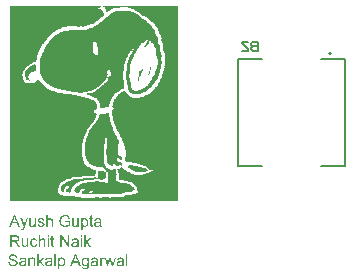
<source format=gbo>
G04*
G04 #@! TF.GenerationSoftware,Altium Limited,Altium Designer,22.9.1 (49)*
G04*
G04 Layer_Color=32896*
%FSLAX44Y44*%
%MOMM*%
G71*
G04*
G04 #@! TF.SameCoordinates,777D21A2-CDB7-466F-AFFE-F37339BB67B1*
G04*
G04*
G04 #@! TF.FilePolarity,Positive*
G04*
G01*
G75*
%ADD11C,0.1524*%
%ADD12C,0.2000*%
%ADD14C,0.1270*%
G36*
X115595Y225975D02*
X116202Y225874D01*
X116708Y225672D01*
X117517Y225773D01*
X118478Y225115D01*
X119136Y224862D01*
X119844Y224660D01*
X120754Y224559D01*
X121260Y224255D01*
X121968Y223851D01*
X123081Y223345D01*
X123789Y222940D01*
X123941Y222789D01*
X124143Y222283D01*
X124244Y222080D01*
X124447Y221878D01*
X124548Y221676D01*
X125104Y221322D01*
X125307Y221119D01*
X125509Y221018D01*
X125711Y220715D01*
X125914Y220613D01*
X126318Y220209D01*
X128443Y219096D01*
X128847Y218691D01*
X129050Y218590D01*
X129353Y218287D01*
X130061Y217983D01*
X130466Y217882D01*
X131174Y217477D01*
X131680Y216668D01*
X131832Y216516D01*
X131933Y216314D01*
X132591Y215656D01*
X132793Y215555D01*
X133096Y215252D01*
X133299Y215151D01*
X133703Y214746D01*
X134411Y214341D01*
X134766Y214088D01*
X135271Y212976D01*
X135372Y212773D01*
X135878Y211863D01*
X137598Y210143D01*
X137952Y209182D01*
X138154Y207968D01*
X138256Y207462D01*
X138458Y206956D01*
X138762Y206147D01*
X139014Y205894D01*
X139419Y205186D01*
X139723Y204882D01*
X139824Y204680D01*
X140026Y204579D01*
X140127Y204377D01*
X140532Y203770D01*
X140734Y202353D01*
X140633Y202050D01*
X140734Y199723D01*
X140835Y199420D01*
X141038Y198610D01*
X141442Y197902D01*
X142049Y196992D01*
X142252Y196486D01*
X142353Y196081D01*
X142454Y195373D01*
X142505Y194007D01*
X142454Y193046D01*
X142555Y192743D01*
X142656Y191731D01*
X142859Y191225D01*
X143010Y190568D01*
X143213Y190062D01*
X143668Y189202D01*
X143972Y188494D01*
X144073Y188089D01*
X143921Y186825D01*
X143719Y186319D01*
X143567Y185864D01*
X143668Y183840D01*
X143972Y183132D01*
X143870Y181210D01*
X143769Y180907D01*
X143567Y180198D01*
X143466Y179794D01*
X143314Y179136D01*
X143162Y178681D01*
X143112Y178327D01*
X143162Y177265D01*
X143061Y176961D01*
X142960Y176556D01*
X142808Y175798D01*
X142555Y175241D01*
X142454Y174837D01*
X142150Y173724D01*
X142049Y172813D01*
X141948Y172510D01*
X141544Y171599D01*
X140734Y169880D01*
X140481Y168817D01*
X139874Y167806D01*
X139621Y167553D01*
X139318Y167047D01*
X138407Y165327D01*
X137851Y164771D01*
X137649Y164670D01*
X137092Y164113D01*
X136991Y163911D01*
X136182Y162393D01*
X135727Y161837D01*
X135322Y161432D01*
X134209Y160825D01*
X133653Y160269D01*
X133552Y160067D01*
X133248Y159763D01*
X133147Y159561D01*
X132591Y159308D01*
X132388Y159207D01*
X132085Y158903D01*
X131882Y158802D01*
X131376Y158195D01*
X130972Y157790D01*
X130770Y157689D01*
X130264Y157487D01*
X129859Y157386D01*
X128847Y157285D01*
X127532Y156576D01*
X127381Y156476D01*
X127381Y156472D01*
X127373Y156470D01*
X126622Y155969D01*
X126419Y155868D01*
X125914Y155565D01*
X125509Y155464D01*
X125205Y155565D01*
X124194Y155666D01*
X123789Y155565D01*
X122778Y155160D01*
X120754Y155261D01*
X120451Y155363D01*
X119743Y155464D01*
X119186Y155616D01*
X118579Y156020D01*
X118225Y156273D01*
X118023Y156475D01*
X117315Y156880D01*
X116758Y157335D01*
X116252Y158043D01*
X116151Y158954D01*
X115747Y159561D01*
X115595Y160218D01*
X115494Y160724D01*
X115241Y161382D01*
X115038Y162596D01*
X114937Y164214D01*
X114634Y164923D01*
X114533Y165327D01*
X114431Y166541D01*
X114229Y167047D01*
X114179Y168109D01*
X114229Y168463D01*
X114128Y168767D01*
X113976Y170031D01*
X113825Y170588D01*
X113926Y172206D01*
X113825Y172611D01*
X113926Y173016D01*
X114027Y173724D01*
X114128Y175039D01*
X114229Y175343D01*
X114330Y176961D01*
X114482Y178529D01*
X114684Y179338D01*
X114786Y180350D01*
X114887Y181665D01*
X115089Y182475D01*
X115342Y183335D01*
X115494Y183891D01*
X116000Y185206D01*
X116151Y185358D01*
X116607Y186622D01*
X116910Y187432D01*
X117517Y188443D01*
X117669Y188595D01*
X117770Y188797D01*
X118175Y189404D01*
X118478Y189910D01*
X118680Y190112D01*
X119490Y191529D01*
X120097Y192844D01*
X120198Y193249D01*
X120097Y193653D01*
X119995Y193855D01*
X119743Y194109D01*
X119237Y194007D01*
X118782Y193552D01*
X118478Y193046D01*
X117821Y192085D01*
X117669Y191933D01*
X117568Y191731D01*
X117365Y191529D01*
X117062Y191023D01*
X116556Y190315D01*
X116455Y190112D01*
X115747Y189000D01*
X115646Y188797D01*
X115443Y188595D01*
X115190Y187937D01*
X115038Y187786D01*
X113926Y185459D01*
X113673Y184801D01*
X113420Y184245D01*
X113167Y183587D01*
X112914Y182728D01*
X112813Y182323D01*
X112509Y181311D01*
X112408Y180907D01*
X112307Y179693D01*
X112206Y179389D01*
X112105Y178681D01*
X111902Y176961D01*
X111801Y176152D01*
X111700Y175848D01*
X111548Y174887D01*
X111397Y173521D01*
X111295Y172813D01*
X111194Y172409D01*
X111093Y171599D01*
X111194Y171296D01*
X111295Y169677D01*
X111397Y169374D01*
X111548Y167401D01*
X111650Y166895D01*
X111751Y166491D01*
X111902Y165125D01*
X112004Y163506D01*
X112054Y160825D01*
X111902Y160471D01*
X111093Y159965D01*
X110587Y159763D01*
X109727Y159207D01*
X109525Y159004D01*
X109323Y158903D01*
X108918Y158499D01*
X108412Y158195D01*
X108210Y157993D01*
X108008Y157892D01*
X107299Y157386D01*
X107097Y157285D01*
X106794Y156981D01*
X104517Y155818D01*
X104416Y155616D01*
X104113Y155312D01*
X104012Y155110D01*
X103607Y154705D01*
X103506Y154503D01*
X103202Y154199D01*
X103101Y153997D01*
X102697Y153592D01*
X102595Y153390D01*
X102191Y152985D01*
X102090Y152783D01*
X101887Y152580D01*
X101786Y152378D01*
X101179Y150861D01*
X101078Y150658D01*
X100268Y148939D01*
X100167Y148534D01*
X99965Y148028D01*
X99864Y147320D01*
X99712Y146662D01*
X99459Y146106D01*
X99358Y145398D01*
X99257Y144791D01*
X99004Y144538D01*
X98296Y144437D01*
X97031Y144285D01*
X96070Y144133D01*
X95767Y144032D01*
X95362Y143931D01*
X93238Y143830D01*
X92934Y143729D01*
X92226Y143830D01*
X92074Y144285D01*
X92175Y144690D01*
X92074Y145297D01*
X91973Y145600D01*
X91872Y146005D01*
X91771Y147219D01*
X90860Y148534D01*
X90658Y149242D01*
X90506Y149798D01*
X90051Y150254D01*
X89950Y150456D01*
X89242Y151367D01*
X88989Y151620D01*
X87876Y152125D01*
X87674Y152226D01*
X87067Y152631D01*
X86864Y152732D01*
X85751Y153238D01*
X85043Y153542D01*
X84841Y153643D01*
X83931Y154047D01*
X83374Y154199D01*
X82818Y154452D01*
X81503Y154857D01*
X81098Y154958D01*
X80491Y155059D01*
X80339Y155211D01*
X80440Y155616D01*
X80997Y155868D01*
X82160Y156020D01*
X83172Y156222D01*
X83728Y156374D01*
X84133Y156475D01*
X84790Y156627D01*
X86662Y157487D01*
X87977Y158195D01*
X88179Y158398D01*
X88685Y158701D01*
X89646Y159359D01*
X90253Y159864D01*
X90709Y160320D01*
X90911Y160421D01*
X91568Y161078D01*
X91670Y161281D01*
X92024Y161534D01*
X92327Y161837D01*
X92529Y161938D01*
X92782Y162292D01*
X93238Y162748D01*
X93946Y163152D01*
X94755Y163962D01*
X94957Y164063D01*
X95160Y164265D01*
X95362Y164366D01*
X95767Y164771D01*
X95969Y164872D01*
X96677Y165580D01*
X96880Y165681D01*
X97588Y166086D01*
X98296Y166592D01*
X98549Y167148D01*
X98650Y167553D01*
X98701Y168312D01*
X98650Y168767D01*
X99560Y170487D01*
X100370Y170992D01*
X100673Y171296D01*
X100876Y171802D01*
X100977Y172206D01*
X100876Y173117D01*
X100268Y174432D01*
X100167Y175343D01*
X99813Y175595D01*
X99105Y175899D01*
X98599Y175798D01*
X98144Y174938D01*
X97942Y174736D01*
X97739Y174027D01*
X97841Y173016D01*
X98245Y172308D01*
X98346Y171903D01*
X98094Y171245D01*
X97436Y169981D01*
X97132Y169273D01*
X96930Y168767D01*
X96778Y167705D01*
X96374Y167098D01*
X95969Y166693D01*
X95767Y166592D01*
X95362Y166187D01*
X95160Y166086D01*
X94350Y165277D01*
X94148Y165175D01*
X93339Y164366D01*
X93136Y164265D01*
X92833Y163962D01*
X92631Y163860D01*
X91417Y162646D01*
X91214Y162545D01*
X90810Y162141D01*
X90607Y162039D01*
X90000Y161432D01*
X89798Y161331D01*
X89393Y160927D01*
X89191Y160825D01*
X88888Y160522D01*
X88685Y160421D01*
X87269Y159409D01*
X85954Y158802D01*
X85751Y158701D01*
X85043Y158398D01*
X84386Y158145D01*
X83526Y157892D01*
X83121Y157790D01*
X82615Y157588D01*
X80390Y157184D01*
X79985Y157082D01*
X78012Y156829D01*
X77608Y156728D01*
X77102Y156627D01*
X76697Y156526D01*
X75332Y156374D01*
X74927Y156475D01*
X74219Y156576D01*
X73156Y156829D01*
X72651Y156931D01*
X72044Y157032D01*
X71538Y157133D01*
X70981Y157285D01*
X70577Y157386D01*
X67137Y157487D01*
X66834Y157588D01*
X66176Y157740D01*
X65670Y157841D01*
X64355Y157942D01*
X63748Y158043D01*
X63242Y158246D01*
X62838Y158347D01*
X61826Y158448D01*
X61320Y158549D01*
X60814Y158751D01*
X60208Y158853D01*
X59803Y158954D01*
X59297Y159156D01*
X58791Y159257D01*
X57830Y159409D01*
X57527Y159510D01*
X56313Y159814D01*
X55655Y159965D01*
X54998Y160218D01*
X54036Y160572D01*
X53177Y160825D01*
X52519Y161078D01*
X51963Y161331D01*
X50648Y162039D01*
X49939Y162444D01*
X49636Y162748D01*
X49433Y162849D01*
X49130Y163152D01*
X48928Y163253D01*
X48219Y163759D01*
X47511Y164164D01*
X46955Y164619D01*
X46601Y164872D01*
X45792Y165681D01*
X45589Y165783D01*
X44426Y166946D01*
X44325Y167148D01*
X44021Y167452D01*
X43718Y167957D01*
X42706Y169374D01*
X42656Y169424D01*
X42403Y169981D01*
X41492Y171903D01*
X41340Y172459D01*
X41239Y174988D01*
X40936Y175798D01*
X40582Y176658D01*
X40683Y177973D01*
X40986Y178681D01*
X40885Y179591D01*
X40683Y180097D01*
X40582Y180502D01*
X40683Y181716D01*
X40784Y182019D01*
X40885Y182424D01*
X41037Y183081D01*
X41087Y184245D01*
X40986Y184548D01*
X41189Y185459D01*
X41492Y186167D01*
X41593Y186572D01*
X41897Y187280D01*
X42251Y188241D01*
X42352Y189050D01*
X42453Y189556D01*
X42656Y190062D01*
X42807Y190214D01*
X43212Y190922D01*
X43920Y192035D01*
X44072Y192591D01*
X44325Y193249D01*
X44426Y193653D01*
X44830Y194260D01*
X45235Y194968D01*
X45943Y196081D01*
X46045Y196283D01*
X46247Y196486D01*
X46500Y197143D01*
X47056Y198003D01*
X47360Y198307D01*
X47461Y198509D01*
X48270Y199318D01*
X48371Y199521D01*
X48574Y199723D01*
X48675Y199925D01*
X49181Y200634D01*
X49535Y200886D01*
X49889Y201241D01*
X49990Y201443D01*
X50648Y202100D01*
X50850Y202202D01*
X51002Y202353D01*
X51103Y202556D01*
X51457Y202809D01*
X52064Y203416D01*
X52266Y203517D01*
X53227Y204174D01*
X53986Y204933D01*
X54188Y205034D01*
X54694Y205540D01*
X55200Y205844D01*
X56212Y206552D01*
X56616Y206653D01*
X56818Y206855D01*
X57527Y207260D01*
X58032Y207462D01*
X59246Y207563D01*
X61371Y208575D01*
X61775Y208676D01*
X62079Y208777D01*
X63040Y208727D01*
X64254Y208929D01*
X64659Y209030D01*
X65114Y209283D01*
X65519Y209384D01*
X67238Y209587D01*
X68554Y209688D01*
X68857Y209789D01*
X71184Y209688D01*
X71487Y209587D01*
X72196Y209688D01*
X72499Y209789D01*
X73814Y209688D01*
X74320Y209485D01*
X75028Y209384D01*
X76040Y209485D01*
X76343Y209587D01*
X77051Y209789D01*
X79783Y209890D01*
X80794Y210295D01*
X81604Y210497D01*
X82919Y211003D01*
X84133Y211104D01*
X84841Y211408D01*
X85751Y211812D01*
X86257Y212116D01*
X86460Y212318D01*
X86662Y212419D01*
X86864Y212621D01*
X87067Y212723D01*
X87572Y213026D01*
X87775Y213228D01*
X88483Y213633D01*
X89191Y214139D01*
X90101Y214645D01*
X91063Y215302D01*
X91417Y215656D01*
X91619Y215758D01*
X91821Y215960D01*
X92024Y216061D01*
X92327Y216365D01*
X92529Y216466D01*
X93238Y216870D01*
X94452Y218084D01*
X94654Y218186D01*
X95311Y218843D01*
X95413Y219045D01*
X96424Y220057D01*
X96525Y220259D01*
X96778Y220512D01*
X97486Y220917D01*
X98751Y221777D01*
X99004Y222030D01*
X99206Y222131D01*
X99611Y222536D01*
X100117Y222839D01*
X100825Y223547D01*
X102140Y224255D01*
X102848Y224559D01*
X103253Y224660D01*
X103961Y224963D01*
X105276Y225368D01*
X105833Y225520D01*
X106490Y225773D01*
X106895Y225874D01*
X108210Y225975D01*
X108513Y225874D01*
X109221Y225773D01*
X110031Y225975D01*
X110840Y226076D01*
X111144Y225975D01*
X113420Y225925D01*
X115038Y226026D01*
X115291Y226076D01*
X115595Y225975D01*
D02*
G37*
G36*
X158033Y64770D02*
X15341Y64719D01*
X15291Y229769D01*
X92529Y229819D01*
X92580Y229668D01*
X92327Y229415D01*
X91417Y228909D01*
X90860Y228454D01*
X90253Y227948D01*
X89646Y226936D01*
X89343Y226228D01*
X89444Y226026D01*
X89899Y225975D01*
X90051Y226127D01*
X90152Y226329D01*
X90557Y226734D01*
X90607Y226886D01*
X90810Y226987D01*
X90961Y227139D01*
X91012Y227290D01*
X91214Y227391D01*
X91821Y227796D01*
X92428Y227695D01*
X92884Y227240D01*
X92985Y227037D01*
X93440Y226481D01*
X93693Y226127D01*
X93895Y225925D01*
X94199Y225419D01*
X94401Y225216D01*
X94502Y224812D01*
X94907Y224205D01*
X95008Y223800D01*
X95311Y223497D01*
X95514Y222991D01*
X95413Y222384D01*
X94907Y221878D01*
X94806Y221676D01*
X94452Y221423D01*
X93946Y220917D01*
X93743Y220816D01*
X93440Y220512D01*
X92934Y220209D01*
X92226Y219804D01*
X91518Y219298D01*
X91063Y218843D01*
X90961Y218641D01*
X90557Y218236D01*
X90456Y218034D01*
X90101Y217680D01*
X89596Y217376D01*
X89039Y216921D01*
X88888Y216769D01*
X87775Y216263D01*
X87269Y216061D01*
X86358Y215353D01*
X85650Y214847D01*
X84537Y214341D01*
X84133Y214240D01*
X82818Y213633D01*
X81806Y213734D01*
X81503Y213836D01*
X80997Y213633D01*
X80794Y213431D01*
X79682Y212925D01*
X79226Y212874D01*
X78872Y213026D01*
X78569Y213127D01*
X77051Y212419D01*
X76647Y212520D01*
X76141Y212723D01*
X75433Y212824D01*
X74826Y212723D01*
X74219Y212318D01*
X73308Y212419D01*
X72398Y212824D01*
X71690Y212925D01*
X70425Y212773D01*
X70172Y212723D01*
X69869Y212824D01*
X69464Y212925D01*
X68958Y213127D01*
X68250Y213026D01*
X67744Y212824D01*
X66986Y212672D01*
X66227Y212621D01*
X65923Y212723D01*
X65417Y212824D01*
X65114Y212723D01*
X64912Y212621D01*
X63192Y211812D01*
X62180Y211711D01*
X61219Y211863D01*
X60663Y211913D01*
X58538Y210902D01*
X57830Y210800D01*
X57021Y210598D01*
X55605Y209587D01*
X52873Y208170D01*
X52671Y207968D01*
X52468Y207867D01*
X52317Y207715D01*
X52266Y207665D01*
X51811Y207209D01*
X51710Y207007D01*
X50546Y205844D01*
X50344Y205742D01*
X50142Y205540D01*
X49636Y205236D01*
X49433Y205034D01*
X49231Y204933D01*
X48826Y204528D01*
X48624Y204427D01*
X48270Y204073D01*
X48169Y203871D01*
X47764Y203466D01*
X47663Y203264D01*
X46955Y202556D01*
X46550Y201847D01*
X46095Y201291D01*
X45842Y200937D01*
X44426Y199521D01*
X44325Y199318D01*
X44122Y199116D01*
X44021Y198914D01*
X43111Y198003D01*
X42959Y197346D01*
X42757Y196840D01*
X42301Y195980D01*
X42099Y195778D01*
X41796Y195272D01*
X41391Y194564D01*
X41189Y194361D01*
X40784Y193653D01*
X40582Y193147D01*
X40430Y192186D01*
X40177Y191731D01*
X39165Y189607D01*
X38912Y188949D01*
X38761Y188797D01*
X38660Y188089D01*
X38558Y186976D01*
X38356Y186471D01*
X38154Y185762D01*
X38052Y185054D01*
X37901Y184498D01*
X37800Y183992D01*
X37648Y182323D01*
X37496Y182171D01*
X36788Y182272D01*
X36484Y182373D01*
X35776Y182272D01*
X35119Y182120D01*
X33096Y181008D01*
X32944Y180856D01*
X32741Y180755D01*
X31831Y180047D01*
X31629Y179844D01*
X30921Y179440D01*
X30364Y178984D01*
X29757Y178580D01*
X28543Y177366D01*
X28442Y177164D01*
X27936Y176455D01*
X27835Y176253D01*
X27633Y176051D01*
X27228Y175343D01*
X26520Y173825D01*
X26419Y173420D01*
X26216Y172712D01*
X26115Y172308D01*
X26216Y170082D01*
X26318Y169778D01*
X26419Y168767D01*
X26520Y168463D01*
X26672Y167907D01*
X26925Y167351D01*
X27127Y166845D01*
X27531Y166238D01*
X27633Y166035D01*
X28189Y165479D01*
X28391Y165378D01*
X29504Y164872D01*
X29909Y164771D01*
X30617Y164670D01*
X35068Y164771D01*
X35372Y164872D01*
X35877Y165074D01*
X37395Y165884D01*
X38660Y166845D01*
X39014Y167199D01*
X39216Y167300D01*
X39519Y167401D01*
X39924Y167300D01*
X40076Y167148D01*
X40177Y166946D01*
X40582Y166541D01*
X40683Y166339D01*
X41290Y165327D01*
X41492Y165125D01*
X41593Y164923D01*
X42150Y164366D01*
X42352Y164265D01*
X43263Y163557D01*
X43515Y163304D01*
X43617Y163102D01*
X43920Y162798D01*
X44021Y162596D01*
X44476Y162039D01*
X44679Y161837D01*
X44881Y161736D01*
X45083Y161534D01*
X45286Y161432D01*
X46702Y160623D01*
X46904Y160421D01*
X47107Y160320D01*
X48017Y159611D01*
X48725Y159207D01*
X49433Y158903D01*
X49838Y158802D01*
X50445Y158398D01*
X50850Y158296D01*
X51558Y157993D01*
X52114Y157841D01*
X53227Y157740D01*
X54087Y157487D01*
X54694Y157386D01*
X56414Y156576D01*
X58387Y156324D01*
X58943Y156172D01*
X59348Y156071D01*
X60663Y155868D01*
X60966Y155767D01*
X61371Y155666D01*
X62686Y155565D01*
X62990Y155464D01*
X64052Y155211D01*
X64558Y155110D01*
X66480Y155008D01*
X70223Y154907D01*
X70729Y154705D01*
X71538Y154503D01*
X72044Y154300D01*
X72904Y154047D01*
X73561Y153896D01*
X74472Y153794D01*
X75332Y153542D01*
X75888Y153390D01*
X76343Y153238D01*
X77355Y153137D01*
X78164Y152935D01*
X78872Y152631D01*
X79530Y152378D01*
X80086Y152226D01*
X81149Y151974D01*
X81705Y151721D01*
X82362Y151569D01*
X82868Y151367D01*
X83981Y150962D01*
X84537Y150810D01*
X85195Y150658D01*
X86004Y150355D01*
X86156Y150203D01*
X86358Y150102D01*
X87067Y149596D01*
X87218Y149546D01*
X87319Y149343D01*
X87522Y149141D01*
X87927Y148433D01*
X88129Y148230D01*
X88230Y148028D01*
X88432Y147826D01*
X88635Y147320D01*
X88736Y146713D01*
X88938Y146511D01*
X89242Y145802D01*
X89444Y145094D01*
X89343Y144791D01*
X89444Y144487D01*
X89596Y143729D01*
X89646Y143678D01*
X89292Y143223D01*
X88584Y142919D01*
X87269Y142211D01*
X87016Y141857D01*
X86713Y141554D01*
X86561Y140694D01*
X86510Y140542D01*
X86915Y139834D01*
X87067Y139682D01*
X87572Y139480D01*
X88938Y138822D01*
X89039Y138418D01*
X88938Y137912D01*
X88736Y137709D01*
X88584Y137052D01*
X88129Y135990D01*
X87977Y135433D01*
X87724Y134776D01*
X87623Y134371D01*
X87471Y133815D01*
X87319Y133663D01*
X86915Y132955D01*
X86713Y132752D01*
X86409Y132247D01*
X85802Y131639D01*
X85701Y131437D01*
X85195Y130931D01*
X85145Y130780D01*
X84942Y130679D01*
X84790Y130527D01*
X84689Y130324D01*
X84335Y130071D01*
X84082Y129717D01*
X83374Y129009D01*
X83273Y128807D01*
X82969Y128504D01*
X82868Y128301D01*
X82362Y127593D01*
X82059Y127087D01*
X81654Y126379D01*
X81452Y126177D01*
X80643Y124659D01*
X80339Y123951D01*
X79935Y123041D01*
X79783Y122484D01*
X79429Y121827D01*
X79277Y121169D01*
X79125Y121017D01*
X78923Y120512D01*
X78012Y118589D01*
X77911Y118185D01*
X77507Y117578D01*
X77456Y116920D01*
X77507Y116566D01*
X77405Y116263D01*
X77304Y115251D01*
X77001Y114543D01*
X76849Y113885D01*
X76596Y113025D01*
X76495Y112621D01*
X76394Y110092D01*
X76293Y109788D01*
X76394Y107563D01*
X76495Y104426D01*
X76596Y104123D01*
X76748Y103465D01*
X76849Y102959D01*
X76950Y101746D01*
X77051Y101240D01*
X77304Y100683D01*
X77405Y99975D01*
X77507Y99368D01*
X78012Y98660D01*
X78114Y98458D01*
X78316Y97952D01*
X78215Y97244D01*
X78417Y96738D01*
X78518Y96536D01*
X78923Y96131D01*
X79024Y95929D01*
X79328Y95625D01*
X79429Y95423D01*
X79580Y95271D01*
X79783Y95170D01*
X80086Y94866D01*
X80289Y94765D01*
X81199Y93855D01*
X81401Y93754D01*
X81604Y93551D01*
X81806Y93450D01*
X82312Y93147D01*
X84841Y91933D01*
X85397Y91781D01*
X85549Y91629D01*
X86055Y91427D01*
X86662Y91326D01*
X87370Y91022D01*
X88382Y90921D01*
X88533Y90466D01*
X88432Y89960D01*
X88331Y89656D01*
X88129Y88240D01*
X88028Y87835D01*
X87876Y87279D01*
X87775Y86874D01*
X87522Y86520D01*
X87370Y86369D01*
X86814Y86217D01*
X85701Y86116D01*
X78316Y86014D01*
X77810Y85913D01*
X76596Y85610D01*
X75989Y85509D01*
X74977Y85306D01*
X74573Y85205D01*
X74067Y85104D01*
X72499Y85053D01*
X72196Y85155D01*
X71184Y85256D01*
X70880Y85357D01*
X70172Y85458D01*
X68756Y85357D01*
X67845Y84851D01*
X67542Y84548D01*
X67340Y84446D01*
X67036Y84143D01*
X66834Y84042D01*
X66530Y83738D01*
X65620Y83334D01*
X65215Y83232D01*
X64001Y83435D01*
X63192Y83334D01*
X62281Y82828D01*
X61371Y82120D01*
X60814Y81664D01*
X60208Y81260D01*
X58842Y80501D01*
X58589Y80248D01*
X58285Y79742D01*
X57628Y78781D01*
X57425Y78275D01*
X57173Y78022D01*
X56667Y76910D01*
X56566Y76100D01*
X56161Y75696D01*
X56060Y74988D01*
X56161Y74279D01*
X56262Y73875D01*
X56363Y72661D01*
X57071Y71346D01*
X57223Y71093D01*
X57425Y70992D01*
X57678Y70739D01*
X57729Y70587D01*
X57931Y70486D01*
X58083Y70334D01*
X58184Y70132D01*
X58538Y69879D01*
X58741Y69676D01*
X59145Y69575D01*
X59853Y69474D01*
X60612Y69525D01*
X61017Y69424D01*
X61674Y69171D01*
X63293Y69272D01*
X63597Y69373D01*
X65215Y69272D01*
X65519Y69171D01*
X66530Y69069D01*
X66834Y68968D01*
X67238Y68867D01*
X70425Y68918D01*
X70931Y68715D01*
X71487Y68564D01*
X72196Y68463D01*
X72904Y68159D01*
X73713Y68058D01*
X74421Y67754D01*
X77507Y67603D01*
X78518Y67400D01*
X78923Y67299D01*
X80086Y67249D01*
X80390Y67350D01*
X82109Y67249D01*
X82818Y67552D01*
X84133Y67653D01*
X89899Y67754D01*
X90203Y67856D01*
X92074Y67704D01*
X93339Y67653D01*
X93642Y67754D01*
X94452Y67856D01*
X94755Y67957D01*
X96981Y68058D01*
X97284Y68159D01*
X97992Y68058D01*
X99004Y67754D01*
X99712Y67653D01*
X101938Y67754D01*
X102444Y67957D01*
X103759Y68058D01*
X104062Y68159D01*
X105377Y68058D01*
X105883Y67856D01*
X106288Y67754D01*
X108716Y67856D01*
X109019Y67957D01*
X110233Y68058D01*
X110739Y68260D01*
X111042Y68361D01*
X111953Y68867D01*
X112155Y69069D01*
X113470Y69676D01*
X114077Y69778D01*
X114583Y69980D01*
X114988Y69879D01*
X117618Y69980D01*
X117922Y70081D01*
X118579Y70233D01*
X119085Y70435D01*
X119894Y70637D01*
X120147Y70688D01*
X120451Y70587D01*
X121766Y70688D01*
X122676Y71396D01*
X123031Y71649D01*
X123536Y72762D01*
X123435Y74583D01*
X123233Y75089D01*
X123132Y75493D01*
X122980Y76050D01*
X122727Y76303D01*
X122322Y77011D01*
X121108Y78225D01*
X121007Y78427D01*
X120704Y78731D01*
X120603Y78933D01*
X120147Y79489D01*
X119844Y79793D01*
X119642Y79894D01*
X119237Y80299D01*
X119035Y80400D01*
X118832Y80602D01*
X118427Y80703D01*
X117517Y80805D01*
X117011Y81007D01*
X116354Y81159D01*
X115848Y81260D01*
X115443Y81361D01*
X114786Y81614D01*
X113926Y81766D01*
X113420Y81867D01*
X112914Y82069D01*
X112358Y82221D01*
X110233Y82322D01*
X109930Y82221D01*
X108918Y82322D01*
X108412Y82524D01*
X107906Y82828D01*
X107654Y83384D01*
X107552Y83789D01*
X107704Y84649D01*
X107805Y85053D01*
X107906Y86267D01*
X107957Y87633D01*
X107654Y88341D01*
X107552Y88746D01*
X107401Y89707D01*
X106794Y90921D01*
X106591Y91022D01*
X106440Y91477D01*
X106490Y91730D01*
X106895Y91831D01*
X107906Y91933D01*
X108463Y92388D01*
X109171Y93096D01*
X109221Y93248D01*
X109626Y93349D01*
X110031Y93248D01*
X110233Y93045D01*
X110739Y92742D01*
X111042Y92438D01*
X111751Y92034D01*
X112459Y91528D01*
X112661Y91427D01*
X113369Y90921D01*
X113572Y90820D01*
X113875Y90516D01*
X114381Y90213D01*
X114583Y90010D01*
X115089Y89707D01*
X116202Y88999D01*
X118124Y88088D01*
X119237Y87583D01*
X119793Y87431D01*
X120299Y87228D01*
X121311Y87026D01*
X121715Y86925D01*
X123081Y86773D01*
X123486Y86672D01*
X125003Y86773D01*
X125307Y86874D01*
X126925Y86975D01*
X127229Y87077D01*
X128190Y87228D01*
X128696Y87431D01*
X129910Y87734D01*
X131882Y88493D01*
X132793Y88898D01*
X133450Y89049D01*
X134310Y89505D01*
X135221Y89909D01*
X135878Y90162D01*
X136738Y90617D01*
X137092Y90971D01*
X136991Y91376D01*
X136637Y91730D01*
X136232Y91831D01*
X135727Y91730D01*
X135018Y91427D01*
X134007Y91022D01*
X133805Y91123D01*
X133602Y91326D01*
X133400Y91427D01*
X132995Y92034D01*
X132591Y92438D01*
X132388Y92540D01*
X132287Y92742D01*
X132085Y92843D01*
X131680Y93248D01*
X131478Y93349D01*
X131073Y93754D01*
X130365Y94158D01*
X129050Y94765D01*
X128392Y95018D01*
X127532Y95271D01*
X126824Y95575D01*
X126419Y95676D01*
X125762Y95827D01*
X125357Y95929D01*
X124497Y96181D01*
X124093Y96283D01*
X123435Y96434D01*
X122879Y96586D01*
X122171Y96789D01*
X121513Y96940D01*
X120653Y97193D01*
X119692Y97345D01*
X119186Y97547D01*
X118680Y97648D01*
X117365Y97851D01*
X116809Y98002D01*
X116404Y98104D01*
X115393Y98205D01*
X113926Y98255D01*
X113875Y98205D01*
X113572Y98306D01*
X113167Y98407D01*
X112914Y98660D01*
X113015Y99368D01*
X113116Y99672D01*
X113268Y101543D01*
X113420Y102909D01*
X113622Y103415D01*
X113723Y103819D01*
X113622Y106551D01*
X113521Y106854D01*
X113420Y108271D01*
X113015Y109181D01*
X112864Y110142D01*
X112762Y110547D01*
X112560Y111053D01*
X112408Y111508D01*
X112155Y112165D01*
X112004Y112621D01*
X111852Y113582D01*
X111751Y113986D01*
X111599Y114340D01*
X111194Y115049D01*
X110992Y115251D01*
X110688Y115757D01*
X110486Y115959D01*
X110284Y116768D01*
X110183Y117679D01*
X109677Y118589D01*
X109474Y118792D01*
X109373Y118994D01*
X109221Y119146D01*
X109019Y119247D01*
X108766Y119803D01*
X108564Y120613D01*
X108412Y121169D01*
X107805Y122383D01*
X107552Y122636D01*
X107451Y122838D01*
X107299Y122990D01*
X107148Y123041D01*
X107046Y123243D01*
X106642Y123850D01*
X106490Y124912D01*
X106136Y125469D01*
X105782Y125924D01*
X105630Y125974D01*
X105529Y126177D01*
X105124Y126581D01*
X105023Y127289D01*
X104922Y128402D01*
X104821Y128706D01*
X104720Y129212D01*
X104214Y129920D01*
X103759Y130476D01*
X103607Y130628D01*
X103405Y131336D01*
X103506Y131639D01*
X103405Y132247D01*
X103202Y132449D01*
X102697Y133562D01*
X102545Y134624D01*
X102494Y135180D01*
X102595Y135484D01*
X102494Y136900D01*
X102090Y137811D01*
X101988Y138822D01*
X102090Y141958D01*
X102444Y142414D01*
X102646Y142515D01*
X103101Y142970D01*
X103202Y143375D01*
X103101Y143982D01*
X102747Y144336D01*
X102545Y144437D01*
X102292Y144690D01*
X102191Y145196D01*
X102292Y145499D01*
X102393Y145904D01*
X102545Y146561D01*
X102646Y147067D01*
X102747Y147472D01*
X103000Y148028D01*
X103101Y148736D01*
X103202Y149141D01*
X103354Y149798D01*
X103809Y150760D01*
X104012Y150962D01*
X104214Y151468D01*
X104922Y152378D01*
X105428Y153086D01*
X105883Y153542D01*
X106086Y153643D01*
X106338Y153997D01*
X107046Y154705D01*
X107148Y154907D01*
X107299Y155059D01*
X107502Y155160D01*
X107805Y155464D01*
X108513Y155868D01*
X110031Y156880D01*
X110233Y157082D01*
X110435Y157184D01*
X110739Y157487D01*
X111852Y157993D01*
X112560Y158094D01*
X112864Y157993D01*
X113319Y157538D01*
X113622Y157032D01*
X114583Y155666D01*
X114786Y155565D01*
X115342Y155110D01*
X116809Y153643D01*
X117011Y153542D01*
X117618Y153137D01*
X118023Y153036D01*
X119136Y152530D01*
X119844Y152328D01*
X122525Y152176D01*
X124700Y152125D01*
X125003Y152226D01*
X126318Y152631D01*
X127027Y152732D01*
X127431Y152833D01*
X128139Y153137D01*
X128645Y153238D01*
X129252Y153643D01*
X130770Y154553D01*
X131579Y154756D01*
X132843Y155211D01*
X133197Y155464D01*
X133400Y155666D01*
X133602Y155767D01*
X133855Y156121D01*
X134209Y156374D01*
X135221Y156981D01*
X135423Y157082D01*
X136081Y157740D01*
X136182Y157942D01*
X136536Y158398D01*
X136738Y158499D01*
X137143Y158903D01*
X137598Y159156D01*
X138205Y160269D01*
X138610Y160674D01*
X138711Y160876D01*
X139116Y161281D01*
X139217Y161483D01*
X139925Y162191D01*
X140026Y162393D01*
X140481Y162950D01*
X140684Y163456D01*
X141645Y165226D01*
X141847Y165428D01*
X141948Y165631D01*
X142454Y166440D01*
X142555Y167148D01*
X142758Y167351D01*
X142859Y167553D01*
X143668Y169070D01*
X143870Y169273D01*
X144123Y169930D01*
X144224Y170335D01*
X144326Y171144D01*
X144427Y171650D01*
X145287Y173218D01*
X145388Y173623D01*
X145489Y174331D01*
X145590Y175343D01*
X145792Y175848D01*
X145944Y176405D01*
X146197Y176961D01*
X146399Y178175D01*
X146298Y179187D01*
X146450Y179844D01*
X146551Y180249D01*
X146703Y180805D01*
X146804Y181210D01*
X146956Y182171D01*
X147006Y183739D01*
X146804Y184245D01*
X146703Y184447D01*
X146399Y185155D01*
X146551Y187128D01*
X146703Y187684D01*
X146804Y188089D01*
X146703Y188393D01*
X146602Y189404D01*
X146501Y189708D01*
X146298Y190416D01*
X146197Y190821D01*
X145894Y191529D01*
X145691Y192035D01*
X145388Y192743D01*
X145084Y193957D01*
X145135Y196840D01*
X145034Y197346D01*
X144932Y197750D01*
X144730Y198256D01*
X144477Y198509D01*
X144376Y198711D01*
X143972Y199318D01*
X143820Y199875D01*
X143567Y200431D01*
X143516Y201696D01*
X143719Y202202D01*
X143820Y202606D01*
X143870Y203163D01*
X143769Y203466D01*
X143668Y203871D01*
X143567Y204174D01*
X143364Y204984D01*
X142859Y205692D01*
X142758Y205894D01*
X142454Y206198D01*
X142353Y206400D01*
X142049Y206703D01*
X141746Y207209D01*
X141442Y207917D01*
X141341Y208322D01*
X141038Y209334D01*
X140785Y210396D01*
X140633Y210548D01*
X140532Y210952D01*
X140026Y211660D01*
X139925Y211863D01*
X139470Y212318D01*
X139267Y212419D01*
X139116Y212571D01*
X139014Y212773D01*
X138610Y213178D01*
X138205Y213886D01*
X137396Y215403D01*
X136940Y215859D01*
X136738Y215960D01*
X136536Y216162D01*
X136030Y216466D01*
X135069Y217123D01*
X134766Y217326D01*
X134664Y217528D01*
X134158Y218034D01*
X134057Y218236D01*
X132591Y219703D01*
X132388Y219804D01*
X131478Y220209D01*
X130921Y220361D01*
X130163Y220715D01*
X129859Y221018D01*
X128746Y221524D01*
X128190Y221676D01*
X127633Y221929D01*
X126925Y222333D01*
X126369Y222789D01*
X126268Y222991D01*
X125914Y223345D01*
X125205Y223750D01*
X124851Y224104D01*
X124750Y224306D01*
X124447Y224610D01*
X124346Y224812D01*
X124194Y224963D01*
X123991Y225065D01*
X123486Y225267D01*
X122676Y225469D01*
X122120Y225925D01*
X121766Y226178D01*
X121564Y226380D01*
X121058Y226683D01*
X120350Y226987D01*
X119743Y227088D01*
X118630Y227695D01*
X117922Y228100D01*
X117416Y228302D01*
X116252Y228454D01*
X114583Y229212D01*
X114179Y229111D01*
X113673Y228909D01*
X112459Y228707D01*
X111346Y228808D01*
X111042Y228909D01*
X110587Y228960D01*
X109070Y228656D01*
X108513Y228504D01*
X107906Y228605D01*
X107401Y228808D01*
X106187Y228707D01*
X105681Y228504D01*
X104467Y228201D01*
X103759Y228100D01*
X103152Y227999D01*
X102241Y227493D01*
X101735Y227290D01*
X100774Y227139D01*
X100218Y226784D01*
X100016Y226481D01*
X99813Y226380D01*
X99257Y225925D01*
X98802Y225469D01*
X98144Y225216D01*
X97689Y224761D01*
X97385Y224660D01*
X97132Y224913D01*
X97031Y225318D01*
X96880Y226279D01*
X96778Y226886D01*
X96576Y227391D01*
X96424Y227543D01*
X96323Y227847D01*
X95868Y228403D01*
X95615Y228757D01*
X95059Y229111D01*
X94856Y229314D01*
X94350Y229617D01*
X94300Y229769D01*
X157983Y229819D01*
X158033Y64770D01*
D02*
G37*
G36*
X36788Y180654D02*
X37041Y180401D01*
X37142Y180198D01*
X37445Y179490D01*
X37547Y179086D01*
X37496Y176304D01*
X37699Y175090D01*
X37749Y174736D01*
X37496Y174483D01*
X36586Y174584D01*
X36282Y174685D01*
X35675Y174584D01*
X35169Y174280D01*
X34461Y173977D01*
X33551Y173876D01*
X33146Y173471D01*
X32944Y173370D01*
X32539Y172965D01*
X32337Y172864D01*
X32084Y172510D01*
X31881Y172308D01*
X31730Y171751D01*
X31477Y171397D01*
X31072Y170487D01*
X31022Y169424D01*
X31224Y168919D01*
X31325Y168514D01*
X31679Y167957D01*
X31932Y167705D01*
X32387Y167452D01*
X32489Y167249D01*
X32590Y166946D01*
X32539Y166794D01*
X31426Y166895D01*
X31123Y166996D01*
X30718Y167098D01*
X30061Y167351D01*
X29454Y167957D01*
X28847Y169273D01*
X28341Y170588D01*
X28088Y172459D01*
X28037Y172510D01*
X28138Y172813D01*
X28290Y173370D01*
X28391Y173774D01*
X28644Y174432D01*
X29302Y175393D01*
X29656Y175949D01*
X30313Y176910D01*
X30718Y177315D01*
X30819D01*
X31123Y177619D01*
X31325Y177720D01*
X31932Y178327D01*
X32134Y178428D01*
X32843Y178934D01*
X33045Y179035D01*
X33348Y179338D01*
X33551Y179440D01*
X34158Y179844D01*
X34866Y180249D01*
X35979Y180755D01*
X36788Y180654D01*
D02*
G37*
G36*
X98296Y139379D02*
X99156Y138923D01*
X99257Y138519D01*
X99358Y136597D01*
X99864Y135484D01*
X99965Y134776D01*
X99864Y133258D01*
X99965Y132955D01*
X100117Y132398D01*
X100420Y131589D01*
X100673Y131336D01*
X100876Y130527D01*
X100977Y129717D01*
X101381Y129009D01*
X101685Y128706D01*
X101786Y128504D01*
X102191Y128099D01*
X102342Y127542D01*
X102444Y126126D01*
X102848Y125013D01*
X103000Y124861D01*
X103101Y124659D01*
X103607Y124153D01*
X103809Y123648D01*
X103910Y122838D01*
X104315Y121827D01*
X104770Y121270D01*
X105478Y120764D01*
X105630Y120613D01*
X105731Y119904D01*
X105984Y118842D01*
X106187Y118336D01*
X106541Y117780D01*
X106996Y117224D01*
X107350Y116870D01*
X107552Y116364D01*
X107704Y115706D01*
X107755Y114846D01*
X107654Y114543D01*
X107552Y114138D01*
X107350Y113228D01*
X107249Y112924D01*
X107046Y112115D01*
X106844Y110699D01*
X106945Y107057D01*
X107046Y106753D01*
X107148Y105134D01*
X107249Y104325D01*
X107704Y103769D01*
X108109Y103364D01*
X108311Y103263D01*
X108513Y103061D01*
X109221Y102757D01*
X109778Y102605D01*
X110132Y102353D01*
X110385Y101897D01*
X110486Y101493D01*
X110537Y99520D01*
X110334Y99216D01*
X109727Y99318D01*
X109221Y99823D01*
X109019Y99925D01*
X108311Y100430D01*
X107805Y100936D01*
X107603Y101037D01*
X107097Y101240D01*
X106692Y101138D01*
X106440Y100886D01*
X106338Y100481D01*
X106237Y100177D01*
X106338Y99368D01*
X106743Y98357D01*
X107299Y97800D01*
X107856Y97648D01*
X108311Y97497D01*
X109525Y97395D01*
X109778Y97143D01*
X109758Y97064D01*
X109879Y97088D01*
X110081Y96886D01*
X110183Y96481D01*
X110385Y95166D01*
X110486Y94862D01*
X110334Y94711D01*
X110031Y94812D01*
X109879Y95368D01*
X109677Y95874D01*
Y95975D01*
X109576Y96380D01*
X109597Y96658D01*
X109525Y96586D01*
X109323Y96485D01*
X108412Y95777D01*
X107856Y95322D01*
X107299Y94765D01*
X106794Y94563D01*
X105782Y94664D01*
X105478Y94765D01*
X105023Y95018D01*
X104922Y95220D01*
X104619Y95524D01*
X104669Y98205D01*
X104467Y98711D01*
X104163Y99014D01*
X103759Y98913D01*
X103607Y98458D01*
X103303Y97750D01*
X103202Y97345D01*
X102949Y96181D01*
X102848Y95372D01*
X102747Y94765D01*
X102545Y94259D01*
X102039Y94057D01*
X101634Y94158D01*
X99915Y95069D01*
X99358Y95625D01*
X99257Y96030D01*
X98751Y96738D01*
X98650Y96940D01*
X98346Y97244D01*
X97992Y98205D01*
X97841Y98761D01*
X97689Y99722D01*
X97436Y100582D01*
X97335Y102504D01*
X97183Y104983D01*
X97082Y106096D01*
X97031Y106955D01*
X97132Y107259D01*
X97234Y108979D01*
X97335Y109282D01*
X97436Y113126D01*
X97739Y113835D01*
X97841Y115150D01*
X97942Y115858D01*
X97992Y118033D01*
X97891Y118438D01*
X97739Y118589D01*
X97638Y118792D01*
X97486Y118943D01*
X97082Y119045D01*
X96576Y118741D01*
X96323Y118185D01*
X96020Y117477D01*
X95919Y116465D01*
X95817Y115757D01*
X95716Y114543D01*
X95615Y114239D01*
X95463Y112267D01*
X95362Y109940D01*
X95261Y108827D01*
X95160Y107916D01*
X95059Y106703D01*
X94957Y105387D01*
X94806Y100785D01*
X94907Y100481D01*
X95059Y99520D01*
X95160Y98711D01*
X95261Y98205D01*
X95362Y97800D01*
X95463Y97294D01*
X95666Y96485D01*
X96171Y95170D01*
X96424Y94614D01*
X97031Y93501D01*
X97588Y92944D01*
X97790Y92843D01*
X98397Y92438D01*
X99055Y92185D01*
X99510Y91933D01*
X100420Y91528D01*
X100825Y91427D01*
X103759Y91528D01*
X104264Y91730D01*
X104770Y91629D01*
X104922Y91477D01*
X105023Y91073D01*
X104922Y90466D01*
X105023Y90162D01*
X105226Y89454D01*
X105327Y89049D01*
X105529Y88341D01*
X105731Y87532D01*
X105630Y85509D01*
X105529Y85205D01*
X105327Y83991D01*
X105226Y82878D01*
X105731Y81968D01*
X105883Y81816D01*
X106591Y81412D01*
X108109Y80703D01*
X108665Y80552D01*
X109070Y80450D01*
X109677Y80349D01*
X112712Y80248D01*
X113116Y80147D01*
X113976Y79793D01*
X114836Y79641D01*
X115393Y79489D01*
X116505Y79388D01*
X117416Y78984D01*
X118124Y78579D01*
X119945Y76758D01*
X120097Y76707D01*
X120198Y76505D01*
X120704Y75797D01*
X120805Y75493D01*
X121007Y75291D01*
X121209Y74482D01*
X121108Y73976D01*
X120957Y73824D01*
X119945Y73723D01*
X119237Y73318D01*
X118731Y73015D01*
X117922Y72813D01*
X117062Y72661D01*
X116050Y72560D01*
X115595Y72509D01*
X115291Y72610D01*
X113369Y72509D01*
X112054Y71902D01*
X110941Y71396D01*
X110739Y71295D01*
X110233Y70992D01*
X109525Y70789D01*
X106996Y70890D01*
X105984Y70992D01*
X104366Y71093D01*
X104062Y70992D01*
X103101Y70840D01*
X101179Y70739D01*
X100572Y70840D01*
X99560Y70941D01*
X97436Y71042D01*
X97183Y71093D01*
X96880Y70992D01*
X95868Y70890D01*
X93946Y70789D01*
X93642Y70890D01*
X90405Y70789D01*
X90101Y70688D01*
X88483Y70587D01*
X88179Y70688D01*
X87168Y70587D01*
X86864Y70688D01*
X83627Y70789D01*
X83475Y70941D01*
X83576Y71346D01*
X83829Y71599D01*
X86004Y72661D01*
X86105Y73066D01*
X86004Y73369D01*
X85347Y73622D01*
X85043Y73521D01*
X83425Y73419D01*
X82514Y72711D01*
X82362Y72560D01*
X82160Y72054D01*
X82059Y71649D01*
X81553Y70739D01*
X81199Y70385D01*
X79833Y70536D01*
X78822Y70637D01*
X77911Y70739D01*
X76798Y70840D01*
X76293Y71143D01*
X76090Y71649D01*
X76191Y72762D01*
X76849Y73419D01*
X77051Y73521D01*
X77962Y73925D01*
X78366Y74026D01*
X78720Y74381D01*
X78822Y74684D01*
X78468Y75139D01*
X78265Y75241D01*
X77962Y75342D01*
X76444Y75241D01*
X75332Y74633D01*
X75079Y74381D01*
X74876Y73875D01*
X74573Y73167D01*
X74370Y72661D01*
X74269Y71447D01*
X74118Y71295D01*
X73308Y71396D01*
X73005Y71497D01*
X71892Y71599D01*
X70981Y72104D01*
X70172Y72914D01*
X69970Y73015D01*
X69616Y73369D01*
X69717Y74077D01*
X70122Y74482D01*
X70425Y74988D01*
X70880Y75544D01*
X71639Y76303D01*
X71892Y76758D01*
X72094Y76859D01*
X72297Y77061D01*
X72499Y77163D01*
X72701Y77365D01*
X72904Y77466D01*
X73814Y78174D01*
X74016Y78377D01*
X74219Y78478D01*
X75129Y78984D01*
X75534Y79388D01*
X76040Y79591D01*
X76900Y79742D01*
X78012Y79844D01*
X78518Y79945D01*
X79580Y80400D01*
X80592Y80703D01*
X81705Y80602D01*
X82008Y80703D01*
X84436Y80602D01*
X84740Y80501D01*
X85448Y80602D01*
X86561Y81108D01*
X87319Y81260D01*
X87825Y81462D01*
X87977Y81614D01*
X88382Y81715D01*
X90607Y81614D01*
X91315Y81310D01*
X91720Y81209D01*
X92428Y81108D01*
X95615Y81159D01*
X95919Y80956D01*
X96424Y80046D01*
X96576Y79894D01*
X96981Y79793D01*
X97588Y79894D01*
X98144Y80349D01*
X98346Y80552D01*
X98751Y81462D01*
X98701Y82626D01*
X98751Y83587D01*
X98650Y83890D01*
X98751Y85711D01*
X98852Y86014D01*
X98903Y90213D01*
X98650Y90567D01*
X98195Y90820D01*
X97891Y90719D01*
X97537Y90365D01*
X96930Y89049D01*
X96728Y88240D01*
X96829Y87835D01*
X96728Y86824D01*
X96627Y86419D01*
X96475Y84750D01*
X96272Y83536D01*
X95969Y83232D01*
X95564Y83131D01*
X94553Y83030D01*
X94249Y82929D01*
X93845Y82828D01*
X93238Y82727D01*
X92934Y82828D01*
X92529Y82929D01*
X91568Y83081D01*
X91012Y83232D01*
X90304Y83334D01*
X89292Y83435D01*
X88989Y83536D01*
X87674Y83637D01*
X87370Y83536D01*
X86814Y83384D01*
X86409Y83283D01*
X85650Y82929D01*
X84740Y82524D01*
X83728Y82423D01*
X82717Y82524D01*
X82008Y82626D01*
X78670Y82524D01*
X78164Y82322D01*
X77355Y82120D01*
X75534Y82018D01*
X74623Y81513D01*
X73612Y80906D01*
X72904Y80501D01*
X72701Y80299D01*
X72196Y80096D01*
X70476Y79186D01*
X69565Y78275D01*
X69363Y78174D01*
X69059Y77871D01*
X68857Y77770D01*
X68098Y76505D01*
X67997Y76303D01*
X67795Y76100D01*
X67694Y75898D01*
X67289Y75291D01*
X67188Y74381D01*
X66783Y73470D01*
X66682Y71852D01*
X66227Y71801D01*
X65721Y72003D01*
X65316Y72104D01*
X64406Y72206D01*
X64102Y72104D01*
X63799Y72206D01*
X63597Y72307D01*
X63344Y72560D01*
X63192Y73217D01*
X62939Y73875D01*
X63040Y74785D01*
X63495Y75342D01*
X64811Y75949D01*
X65316Y76252D01*
X65670Y76606D01*
X65569Y77213D01*
X65316Y77466D01*
X64406Y77365D01*
X64102Y77264D01*
X62686Y77061D01*
X62484Y76859D01*
X62281Y76758D01*
X62130Y76606D01*
X61927Y76100D01*
X61826Y75696D01*
X61725Y75493D01*
X61421Y74785D01*
X61523Y73066D01*
X61624Y72762D01*
X61523Y72459D01*
X61371Y72307D01*
X60056Y72408D01*
X59246Y73217D01*
X59095Y73268D01*
X58994Y73470D01*
X58791Y73672D01*
X58589Y74178D01*
X58639Y75038D01*
X58589Y75392D01*
X58690Y75696D01*
X58791Y76404D01*
X59499Y77921D01*
X59904Y78629D01*
X60157Y78882D01*
X60764Y78984D01*
X61067Y79287D01*
X61573Y79591D01*
X62838Y80552D01*
X63445Y80956D01*
X63597Y81108D01*
X64305Y81310D01*
X65974Y81260D01*
X66480Y81462D01*
X66631Y81614D01*
X66834Y81715D01*
X67542Y82221D01*
X67744Y82322D01*
X68149Y82727D01*
X68351Y82828D01*
X68554Y83030D01*
X69211Y83283D01*
X69363Y83435D01*
X69869Y83637D01*
X72094Y83536D01*
X72398Y83435D01*
X75433Y83536D01*
X75736Y83637D01*
X76394Y83789D01*
X77051Y84042D01*
X77861Y84244D01*
X78670Y84345D01*
X79176Y84548D01*
X79884Y84649D01*
X81300Y84548D01*
X81604Y84446D01*
X83829Y84548D01*
X86561Y84649D01*
X86864Y84750D01*
X87674Y84952D01*
X88078Y84851D01*
X88129Y84801D01*
X88483Y84548D01*
X88685Y84345D01*
X89191Y84143D01*
X89596Y84042D01*
X90000Y84143D01*
X90354Y84497D01*
X90253Y85306D01*
X90051Y85812D01*
X89747Y86824D01*
X89849Y88847D01*
X90456Y90162D01*
X90557Y90365D01*
X91012Y90516D01*
X91315Y90415D01*
X93541Y90314D01*
X94047Y90112D01*
X94856Y89909D01*
X95969Y89606D01*
X96525Y90061D01*
X96627Y90365D01*
X96525Y90870D01*
X96070Y91427D01*
X95919Y91579D01*
X95817Y91781D01*
X94856Y92742D01*
X94654Y92843D01*
X93946Y93248D01*
X93238Y93349D01*
X90607Y93450D01*
X89697Y93855D01*
X89292Y93956D01*
X87876Y94057D01*
X87168Y94361D01*
X86510Y94512D01*
X84841Y95271D01*
X83526Y95979D01*
X83323Y96181D01*
X83121Y96283D01*
X82211Y96991D01*
X81604Y98508D01*
X80946Y99672D01*
X80744Y99874D01*
X80643Y100076D01*
X80440Y100279D01*
X80238Y100785D01*
X79985Y101442D01*
X79884Y102454D01*
X79783Y102959D01*
X79429Y103617D01*
X79328Y105944D01*
X78923Y106854D01*
X79075Y108625D01*
X79176Y109029D01*
X79226Y110092D01*
X79125Y110395D01*
X79024Y110800D01*
X78923Y111508D01*
X79024Y112418D01*
X79226Y112924D01*
X79429Y114644D01*
X79732Y115352D01*
X79884Y116414D01*
X80238Y117578D01*
X80339Y118691D01*
X80845Y119500D01*
X81250Y120410D01*
X81351Y120815D01*
X81756Y122130D01*
X81857Y122535D01*
X82261Y123445D01*
X82565Y123951D01*
X82767Y124153D01*
X83475Y125469D01*
X83678Y125671D01*
X83981Y126177D01*
X84639Y127138D01*
X85145Y127947D01*
X85397Y128301D01*
X85954Y128857D01*
X86156Y128959D01*
X86409Y129313D01*
X86611Y129515D01*
X86915Y130021D01*
X87319Y130729D01*
X87522Y130931D01*
X87623Y131134D01*
X87977Y131589D01*
X88179Y131690D01*
X88736Y132145D01*
X88938Y132348D01*
X89292Y133309D01*
X89444Y133461D01*
X89697Y134118D01*
X90810Y136141D01*
X90961Y136597D01*
X91063Y137608D01*
X91417Y137962D01*
X91821Y138063D01*
X94148Y138165D01*
X94452Y138266D01*
X94957Y138468D01*
X95919Y138822D01*
X96424Y139024D01*
X96778Y139176D01*
X97284Y139480D01*
X98296Y139379D01*
D02*
G37*
G36*
X117517Y95473D02*
X118225Y95372D01*
X118630Y95271D01*
X119136Y95069D01*
X119844Y94866D01*
X120653Y94765D01*
X120957Y94664D01*
X121766Y94462D01*
X122423Y94310D01*
X123536Y94108D01*
X124093Y93956D01*
X125155Y93804D01*
X125711Y93652D01*
X126116Y93551D01*
X126925Y93450D01*
X127431Y93248D01*
X128493Y92995D01*
X129050Y92843D01*
X130365Y92337D01*
X130567Y92236D01*
X132186Y91022D01*
X132338Y90870D01*
X132236Y90365D01*
X131680Y90112D01*
X130871Y89909D01*
X130213Y89656D01*
X129707Y89555D01*
X127633Y89302D01*
X126015Y89201D01*
X124042Y89353D01*
X123435Y89454D01*
X122474Y89606D01*
X121766Y89909D01*
X121209Y90061D01*
X120704Y90263D01*
X120046Y90516D01*
X119743Y90617D01*
X119692Y90668D01*
X119136Y90921D01*
X117618Y91730D01*
X115898Y92641D01*
X115696Y92843D01*
X115494Y92944D01*
X115342Y93096D01*
X115241Y93399D01*
X115342Y93703D01*
X115443Y94108D01*
X115848Y94715D01*
X115949Y94917D01*
X116607Y95575D01*
X117011Y95676D01*
X117517Y95473D01*
D02*
G37*
G36*
X62557Y52924D02*
X62659D01*
X62920Y52895D01*
X63210Y52852D01*
X63543Y52793D01*
X63863Y52706D01*
X64196Y52590D01*
X64211D01*
X64240Y52576D01*
X64283Y52561D01*
X64341Y52532D01*
X64486Y52445D01*
X64689Y52344D01*
X64892Y52199D01*
X65124Y52039D01*
X65342Y51851D01*
X65530Y51633D01*
X65559Y51604D01*
X65617Y51517D01*
X65704Y51387D01*
X65806Y51198D01*
X65922Y50966D01*
X66052Y50690D01*
X66168Y50386D01*
X66270Y50023D01*
X65110Y49704D01*
Y49719D01*
X65095Y49733D01*
X65066Y49835D01*
X65023Y49965D01*
X64965Y50139D01*
X64878Y50328D01*
X64791Y50516D01*
X64675Y50705D01*
X64559Y50879D01*
X64544Y50894D01*
X64501Y50951D01*
X64428Y51024D01*
X64327Y51126D01*
X64196Y51242D01*
X64036Y51358D01*
X63848Y51474D01*
X63630Y51575D01*
X63601Y51590D01*
X63529Y51619D01*
X63398Y51662D01*
X63239Y51706D01*
X63050Y51749D01*
X62818Y51793D01*
X62572Y51822D01*
X62296Y51836D01*
X62151D01*
X61977Y51822D01*
X61774Y51807D01*
X61527Y51764D01*
X61281Y51720D01*
X61020Y51648D01*
X60759Y51561D01*
X60730Y51546D01*
X60657Y51517D01*
X60541Y51445D01*
X60396Y51372D01*
X60222Y51256D01*
X60048Y51140D01*
X59874Y50995D01*
X59714Y50835D01*
X59700Y50821D01*
X59657Y50763D01*
X59584Y50676D01*
X59497Y50560D01*
X59395Y50415D01*
X59294Y50255D01*
X59192Y50067D01*
X59105Y49878D01*
Y49864D01*
X59091Y49835D01*
X59076Y49791D01*
X59047Y49719D01*
X59018Y49632D01*
X58989Y49530D01*
X58960Y49414D01*
X58931Y49284D01*
X58859Y48994D01*
X58801Y48660D01*
X58757Y48297D01*
X58743Y47906D01*
Y47891D01*
Y47848D01*
Y47775D01*
X58757Y47688D01*
Y47572D01*
X58772Y47442D01*
X58786Y47297D01*
X58801Y47137D01*
X58844Y46804D01*
X58931Y46427D01*
X59033Y46064D01*
X59178Y45716D01*
Y45701D01*
X59192Y45672D01*
X59221Y45629D01*
X59265Y45571D01*
X59366Y45411D01*
X59511Y45223D01*
X59700Y45005D01*
X59917Y44788D01*
X60179Y44584D01*
X60483Y44411D01*
X60498D01*
X60527Y44396D01*
X60570Y44367D01*
X60628Y44352D01*
X60715Y44309D01*
X60802Y44280D01*
X61034Y44208D01*
X61310Y44120D01*
X61629Y44062D01*
X61962Y44004D01*
X62311Y43990D01*
X62456D01*
X62528Y44004D01*
X62615D01*
X62833Y44033D01*
X63079Y44062D01*
X63355Y44120D01*
X63645Y44208D01*
X63949Y44309D01*
X63964D01*
X63979Y44324D01*
X64022Y44338D01*
X64080Y44367D01*
X64225Y44425D01*
X64399Y44512D01*
X64602Y44614D01*
X64805Y44744D01*
X64994Y44875D01*
X65168Y45005D01*
Y46833D01*
X62296D01*
Y47978D01*
X66430D01*
Y44352D01*
X66415Y44338D01*
X66386Y44324D01*
X66328Y44280D01*
X66270Y44236D01*
X66183Y44164D01*
X66067Y44091D01*
X65951Y44019D01*
X65820Y43932D01*
X65530Y43743D01*
X65197Y43555D01*
X64834Y43381D01*
X64457Y43221D01*
X64443D01*
X64414Y43207D01*
X64356Y43192D01*
X64283Y43163D01*
X64196Y43134D01*
X64080Y43105D01*
X63949Y43062D01*
X63819Y43033D01*
X63500Y42960D01*
X63152Y42902D01*
X62775Y42859D01*
X62383Y42844D01*
X62238D01*
X62137Y42859D01*
X62021D01*
X61861Y42873D01*
X61701Y42902D01*
X61513Y42917D01*
X61121Y42989D01*
X60672Y43105D01*
X60222Y43250D01*
X59773Y43453D01*
X59758Y43468D01*
X59714Y43482D01*
X59657Y43511D01*
X59584Y43569D01*
X59482Y43627D01*
X59366Y43714D01*
X59105Y43903D01*
X58830Y44149D01*
X58525Y44454D01*
X58250Y44817D01*
X58003Y45223D01*
Y45237D01*
X57974Y45281D01*
X57945Y45339D01*
X57916Y45426D01*
X57873Y45542D01*
X57814Y45672D01*
X57757Y45817D01*
X57713Y45991D01*
X57655Y46180D01*
X57597Y46383D01*
X57495Y46818D01*
X57438Y47311D01*
X57408Y47833D01*
Y47848D01*
Y47891D01*
Y47978D01*
X57423Y48080D01*
Y48210D01*
X57438Y48355D01*
X57452Y48515D01*
X57481Y48703D01*
X57554Y49110D01*
X57655Y49559D01*
X57800Y50038D01*
X58003Y50502D01*
X58018Y50516D01*
X58032Y50560D01*
X58061Y50618D01*
X58119Y50705D01*
X58177Y50806D01*
X58250Y50922D01*
X58438Y51198D01*
X58685Y51488D01*
X58975Y51793D01*
X59323Y52083D01*
X59511Y52213D01*
X59714Y52329D01*
X59729Y52344D01*
X59773Y52358D01*
X59830Y52387D01*
X59917Y52431D01*
X60019Y52474D01*
X60150Y52518D01*
X60295Y52576D01*
X60454Y52634D01*
X60643Y52692D01*
X60831Y52750D01*
X61049Y52793D01*
X61266Y52837D01*
X61760Y52909D01*
X62282Y52938D01*
X62456D01*
X62557Y52924D01*
D02*
G37*
G36*
X79149Y50226D02*
X79236Y50212D01*
X79454Y50183D01*
X79700Y50125D01*
X79961Y50038D01*
X80237Y49922D01*
X80498Y49762D01*
X80512D01*
X80527Y49748D01*
X80614Y49675D01*
X80730Y49574D01*
X80889Y49429D01*
X81063Y49240D01*
X81237Y49008D01*
X81397Y48747D01*
X81542Y48442D01*
Y48428D01*
X81557Y48399D01*
X81571Y48355D01*
X81600Y48297D01*
X81629Y48210D01*
X81658Y48123D01*
X81731Y47891D01*
X81789Y47616D01*
X81847Y47311D01*
X81890Y46963D01*
X81905Y46586D01*
Y46571D01*
Y46543D01*
Y46484D01*
Y46398D01*
X81890Y46310D01*
Y46194D01*
X81861Y45933D01*
X81803Y45629D01*
X81745Y45295D01*
X81644Y44962D01*
X81513Y44628D01*
Y44614D01*
X81499Y44584D01*
X81470Y44541D01*
X81441Y44483D01*
X81354Y44324D01*
X81223Y44135D01*
X81063Y43917D01*
X80875Y43700D01*
X80643Y43482D01*
X80382Y43294D01*
X80367D01*
X80353Y43279D01*
X80309Y43250D01*
X80251Y43221D01*
X80106Y43149D01*
X79903Y43076D01*
X79671Y42989D01*
X79410Y42917D01*
X79120Y42859D01*
X78815Y42844D01*
X78714D01*
X78598Y42859D01*
X78453Y42873D01*
X78293Y42902D01*
X78119Y42946D01*
X77931Y43004D01*
X77742Y43091D01*
X77728Y43105D01*
X77670Y43134D01*
X77583Y43192D01*
X77467Y43265D01*
X77351Y43352D01*
X77220Y43468D01*
X77090Y43584D01*
X76974Y43729D01*
Y40292D01*
X75770D01*
Y50081D01*
X76872D01*
Y49153D01*
X76887Y49182D01*
X76944Y49240D01*
X77017Y49342D01*
X77119Y49458D01*
X77249Y49588D01*
X77394Y49719D01*
X77554Y49849D01*
X77728Y49965D01*
X77757Y49980D01*
X77815Y50009D01*
X77916Y50052D01*
X78061Y50110D01*
X78235Y50154D01*
X78438Y50197D01*
X78670Y50226D01*
X78917Y50241D01*
X79062D01*
X79149Y50226D01*
D02*
G37*
G36*
X42020D02*
X42209Y50212D01*
X42441Y50183D01*
X42688Y50139D01*
X42934Y50081D01*
X43181Y49994D01*
X43195D01*
X43210Y49980D01*
X43282Y49951D01*
X43398Y49893D01*
X43529Y49820D01*
X43688Y49733D01*
X43833Y49617D01*
X43978Y49487D01*
X44109Y49342D01*
X44123Y49327D01*
X44152Y49269D01*
X44210Y49182D01*
X44283Y49052D01*
X44341Y48892D01*
X44413Y48718D01*
X44471Y48500D01*
X44529Y48254D01*
X43355Y48094D01*
Y48123D01*
X43340Y48181D01*
X43311Y48283D01*
X43268Y48399D01*
X43195Y48530D01*
X43123Y48675D01*
X43007Y48819D01*
X42876Y48936D01*
X42861Y48950D01*
X42804Y48979D01*
X42716Y49037D01*
X42600Y49095D01*
X42455Y49153D01*
X42267Y49211D01*
X42049Y49240D01*
X41803Y49255D01*
X41672D01*
X41527Y49240D01*
X41353Y49226D01*
X41150Y49182D01*
X40962Y49139D01*
X40773Y49066D01*
X40628Y48979D01*
X40613Y48965D01*
X40570Y48936D01*
X40512Y48878D01*
X40454Y48790D01*
X40396Y48703D01*
X40338Y48587D01*
X40294Y48471D01*
X40280Y48341D01*
Y48326D01*
Y48297D01*
X40294Y48254D01*
Y48196D01*
X40338Y48065D01*
X40425Y47920D01*
X40440Y47906D01*
X40454Y47891D01*
X40541Y47804D01*
X40599Y47761D01*
X40672Y47703D01*
X40773Y47645D01*
X40875Y47601D01*
X40889D01*
X40918Y47587D01*
X40976Y47572D01*
X41078Y47529D01*
X41223Y47485D01*
X41397Y47442D01*
X41513Y47398D01*
X41643Y47369D01*
X41774Y47326D01*
X41933Y47282D01*
X41948D01*
X41991Y47268D01*
X42049Y47253D01*
X42136Y47224D01*
X42238Y47195D01*
X42368Y47166D01*
X42629Y47094D01*
X42920Y47007D01*
X43224Y46905D01*
X43485Y46818D01*
X43601Y46775D01*
X43703Y46731D01*
X43732Y46716D01*
X43790Y46687D01*
X43877Y46644D01*
X43993Y46571D01*
X44123Y46484D01*
X44254Y46368D01*
X44384Y46238D01*
X44500Y46093D01*
X44515Y46078D01*
X44544Y46020D01*
X44587Y45933D01*
X44646Y45817D01*
X44703Y45672D01*
X44747Y45498D01*
X44776Y45295D01*
X44791Y45078D01*
Y45049D01*
Y44976D01*
X44776Y44860D01*
X44747Y44715D01*
X44703Y44541D01*
X44631Y44352D01*
X44544Y44149D01*
X44428Y43946D01*
X44413Y43917D01*
X44370Y43859D01*
X44283Y43758D01*
X44167Y43642D01*
X44022Y43511D01*
X43848Y43366D01*
X43645Y43236D01*
X43413Y43120D01*
X43384Y43105D01*
X43297Y43076D01*
X43166Y43033D01*
X42978Y42989D01*
X42760Y42931D01*
X42513Y42888D01*
X42238Y42859D01*
X41933Y42844D01*
X41803D01*
X41701Y42859D01*
X41585D01*
X41455Y42873D01*
X41150Y42917D01*
X40817Y42989D01*
X40469Y43076D01*
X40135Y43221D01*
X39975Y43308D01*
X39830Y43410D01*
X39816D01*
X39801Y43439D01*
X39714Y43526D01*
X39598Y43656D01*
X39439Y43845D01*
X39294Y44077D01*
X39134Y44381D01*
X39004Y44730D01*
X38917Y45121D01*
X40106Y45310D01*
Y45295D01*
Y45281D01*
X40120Y45194D01*
X40164Y45063D01*
X40207Y44904D01*
X40280Y44730D01*
X40367Y44541D01*
X40497Y44367D01*
X40642Y44208D01*
X40672Y44193D01*
X40729Y44149D01*
X40831Y44091D01*
X40976Y44019D01*
X41165Y43946D01*
X41382Y43888D01*
X41643Y43845D01*
X41933Y43830D01*
X42064D01*
X42209Y43845D01*
X42397Y43874D01*
X42586Y43917D01*
X42789Y43975D01*
X42978Y44048D01*
X43152Y44164D01*
X43166Y44178D01*
X43210Y44222D01*
X43282Y44295D01*
X43355Y44381D01*
X43427Y44497D01*
X43500Y44643D01*
X43543Y44788D01*
X43558Y44947D01*
Y44962D01*
Y45020D01*
X43543Y45092D01*
X43514Y45179D01*
X43471Y45281D01*
X43398Y45382D01*
X43311Y45498D01*
X43195Y45585D01*
X43181Y45600D01*
X43137Y45614D01*
X43065Y45643D01*
X42949Y45701D01*
X42789Y45759D01*
X42572Y45817D01*
X42455Y45861D01*
X42310Y45904D01*
X42151Y45948D01*
X41977Y45991D01*
X41962D01*
X41919Y46006D01*
X41846Y46020D01*
X41759Y46049D01*
X41658Y46078D01*
X41527Y46107D01*
X41252Y46194D01*
X40947Y46281D01*
X40642Y46383D01*
X40367Y46470D01*
X40251Y46528D01*
X40149Y46571D01*
X40120Y46586D01*
X40062Y46615D01*
X39975Y46673D01*
X39859Y46746D01*
X39743Y46847D01*
X39613Y46963D01*
X39482Y47094D01*
X39381Y47239D01*
X39366Y47253D01*
X39337Y47311D01*
X39294Y47398D01*
X39250Y47529D01*
X39207Y47659D01*
X39163Y47833D01*
X39134Y48007D01*
X39120Y48196D01*
Y48225D01*
Y48283D01*
X39134Y48370D01*
X39149Y48486D01*
X39163Y48616D01*
X39207Y48762D01*
X39250Y48921D01*
X39323Y49066D01*
X39337Y49081D01*
X39366Y49139D01*
X39410Y49211D01*
X39482Y49298D01*
X39569Y49414D01*
X39671Y49530D01*
X39787Y49646D01*
X39917Y49748D01*
X39932Y49762D01*
X39975Y49777D01*
X40033Y49820D01*
X40120Y49864D01*
X40222Y49922D01*
X40352Y49980D01*
X40497Y50038D01*
X40672Y50096D01*
X40700D01*
X40759Y50125D01*
X40860Y50139D01*
X40991Y50168D01*
X41150Y50197D01*
X41324Y50212D01*
X41513Y50241D01*
X41861D01*
X42020Y50226D01*
D02*
G37*
G36*
X28097Y42888D02*
Y42873D01*
X28083Y42844D01*
X28054Y42772D01*
X28025Y42699D01*
X27996Y42612D01*
X27952Y42496D01*
X27850Y42249D01*
X27749Y41988D01*
X27633Y41713D01*
X27531Y41481D01*
X27473Y41365D01*
X27430Y41278D01*
X27415Y41249D01*
X27372Y41176D01*
X27314Y41075D01*
X27212Y40959D01*
X27111Y40814D01*
X26980Y40669D01*
X26850Y40538D01*
X26690Y40422D01*
X26676Y40408D01*
X26618Y40379D01*
X26531Y40335D01*
X26415Y40277D01*
X26270Y40219D01*
X26096Y40175D01*
X25907Y40146D01*
X25704Y40132D01*
X25646D01*
X25573Y40146D01*
X25472D01*
X25370Y40161D01*
X25240Y40190D01*
X24935Y40277D01*
X24805Y41394D01*
X24819D01*
X24877Y41379D01*
X24950Y41365D01*
X25037Y41336D01*
X25254Y41292D01*
X25487Y41278D01*
X25559D01*
X25617Y41292D01*
X25719D01*
X25922Y41336D01*
X26023Y41379D01*
X26110Y41423D01*
X26125D01*
X26154Y41452D01*
X26197Y41481D01*
X26255Y41524D01*
X26386Y41626D01*
X26516Y41785D01*
Y41800D01*
X26545Y41829D01*
X26560Y41887D01*
X26603Y41974D01*
X26661Y42090D01*
X26719Y42249D01*
X26792Y42438D01*
X26879Y42685D01*
Y42699D01*
X26908Y42757D01*
X26937Y42844D01*
X26995Y42975D01*
X24312Y50081D01*
X25588D01*
X27067Y46006D01*
Y45991D01*
X27082Y45977D01*
X27096Y45933D01*
X27111Y45875D01*
X27169Y45716D01*
X27241Y45513D01*
X27314Y45266D01*
X27401Y44991D01*
X27488Y44701D01*
X27575Y44381D01*
Y44396D01*
X27589Y44411D01*
Y44454D01*
X27619Y44512D01*
X27662Y44672D01*
X27720Y44875D01*
X27778Y45107D01*
X27865Y45368D01*
X27966Y45658D01*
X28068Y45948D01*
X29591Y50081D01*
X30780D01*
X28097Y42888D01*
D02*
G37*
G36*
X73899Y43004D02*
X72826D01*
Y44033D01*
X72811Y44019D01*
X72782Y43990D01*
X72738Y43917D01*
X72666Y43845D01*
X72593Y43758D01*
X72492Y43656D01*
X72361Y43555D01*
X72231Y43439D01*
X72071Y43323D01*
X71897Y43221D01*
X71723Y43120D01*
X71520Y43033D01*
X71303Y42960D01*
X71071Y42902D01*
X70824Y42859D01*
X70563Y42844D01*
X70462D01*
X70331Y42859D01*
X70186Y42873D01*
X69997Y42902D01*
X69809Y42946D01*
X69591Y43004D01*
X69388Y43076D01*
X69359Y43091D01*
X69301Y43120D01*
X69200Y43178D01*
X69084Y43250D01*
X68953Y43337D01*
X68823Y43439D01*
X68707Y43555D01*
X68591Y43685D01*
X68576Y43700D01*
X68547Y43758D01*
X68503Y43830D01*
X68446Y43932D01*
X68387Y44062D01*
X68330Y44208D01*
X68271Y44381D01*
X68228Y44570D01*
Y44584D01*
X68214Y44643D01*
X68199Y44715D01*
Y44846D01*
X68184Y44991D01*
X68170Y45194D01*
X68155Y45426D01*
Y45687D01*
Y50081D01*
X69359D01*
Y46151D01*
Y46136D01*
Y46107D01*
Y46064D01*
Y46006D01*
Y45832D01*
X69374Y45643D01*
Y45426D01*
X69388Y45208D01*
X69403Y45020D01*
X69432Y44875D01*
Y44860D01*
X69461Y44802D01*
X69490Y44715D01*
X69533Y44614D01*
X69591Y44497D01*
X69664Y44367D01*
X69765Y44251D01*
X69896Y44135D01*
X69910Y44120D01*
X69968Y44091D01*
X70041Y44048D01*
X70157Y44004D01*
X70287Y43961D01*
X70447Y43917D01*
X70621Y43888D01*
X70810Y43874D01*
X70897D01*
X70998Y43888D01*
X71143Y43903D01*
X71288Y43946D01*
X71462Y43990D01*
X71636Y44062D01*
X71810Y44149D01*
X71825Y44164D01*
X71883Y44208D01*
X71970Y44265D01*
X72071Y44352D01*
X72187Y44454D01*
X72303Y44584D01*
X72405Y44730D01*
X72492Y44889D01*
X72506Y44918D01*
X72521Y44976D01*
X72550Y45092D01*
X72593Y45237D01*
X72637Y45440D01*
X72666Y45672D01*
X72681Y45962D01*
X72695Y46281D01*
Y50081D01*
X73899D01*
Y43004D01*
D02*
G37*
G36*
X37524D02*
X36451D01*
Y44033D01*
X36437Y44019D01*
X36407Y43990D01*
X36364Y43917D01*
X36291Y43845D01*
X36219Y43758D01*
X36117Y43656D01*
X35987Y43555D01*
X35856Y43439D01*
X35697Y43323D01*
X35523Y43221D01*
X35349Y43120D01*
X35146Y43033D01*
X34928Y42960D01*
X34696Y42902D01*
X34450Y42859D01*
X34188Y42844D01*
X34087D01*
X33956Y42859D01*
X33811Y42873D01*
X33623Y42902D01*
X33434Y42946D01*
X33217Y43004D01*
X33014Y43076D01*
X32985Y43091D01*
X32927Y43120D01*
X32825Y43178D01*
X32709Y43250D01*
X32579Y43337D01*
X32448Y43439D01*
X32332Y43555D01*
X32216Y43685D01*
X32201Y43700D01*
X32173Y43758D01*
X32129Y43830D01*
X32071Y43932D01*
X32013Y44062D01*
X31955Y44208D01*
X31897Y44381D01*
X31853Y44570D01*
Y44584D01*
X31839Y44643D01*
X31824Y44715D01*
Y44846D01*
X31810Y44991D01*
X31795Y45194D01*
X31781Y45426D01*
Y45687D01*
Y50081D01*
X32985D01*
Y46151D01*
Y46136D01*
Y46107D01*
Y46064D01*
Y46006D01*
Y45832D01*
X32999Y45643D01*
Y45426D01*
X33014Y45208D01*
X33028Y45020D01*
X33057Y44875D01*
Y44860D01*
X33086Y44802D01*
X33115Y44715D01*
X33159Y44614D01*
X33217Y44497D01*
X33289Y44367D01*
X33391Y44251D01*
X33521Y44135D01*
X33536Y44120D01*
X33594Y44091D01*
X33666Y44048D01*
X33782Y44004D01*
X33913Y43961D01*
X34072Y43917D01*
X34246Y43888D01*
X34435Y43874D01*
X34522D01*
X34624Y43888D01*
X34769Y43903D01*
X34914Y43946D01*
X35088Y43990D01*
X35262Y44062D01*
X35436Y44149D01*
X35450Y44164D01*
X35508Y44208D01*
X35595Y44265D01*
X35697Y44352D01*
X35813Y44454D01*
X35929Y44584D01*
X36030Y44730D01*
X36117Y44889D01*
X36132Y44918D01*
X36147Y44976D01*
X36175Y45092D01*
X36219Y45237D01*
X36263Y45440D01*
X36291Y45672D01*
X36306Y45962D01*
X36321Y46281D01*
Y50081D01*
X37524D01*
Y43004D01*
D02*
G37*
G36*
X90447Y50226D02*
X90650Y50212D01*
X90897Y50183D01*
X91143Y50154D01*
X91375Y50096D01*
X91608Y50023D01*
X91636Y50009D01*
X91694Y49980D01*
X91796Y49936D01*
X91926Y49878D01*
X92057Y49791D01*
X92202Y49704D01*
X92318Y49603D01*
X92434Y49487D01*
X92449Y49472D01*
X92478Y49429D01*
X92521Y49356D01*
X92579Y49269D01*
X92652Y49153D01*
X92710Y49008D01*
X92768Y48849D01*
X92811Y48675D01*
Y48660D01*
X92826Y48616D01*
X92840Y48530D01*
X92855Y48428D01*
Y48268D01*
X92869Y48080D01*
X92884Y47848D01*
Y47572D01*
Y45962D01*
Y45948D01*
Y45890D01*
Y45803D01*
Y45701D01*
Y45556D01*
Y45411D01*
X92898Y45078D01*
Y44715D01*
X92913Y44367D01*
X92927Y44208D01*
Y44062D01*
X92942Y43946D01*
X92956Y43845D01*
Y43830D01*
X92971Y43772D01*
X92985Y43685D01*
X93014Y43584D01*
X93058Y43453D01*
X93116Y43308D01*
X93246Y43004D01*
X91999D01*
X91985Y43018D01*
X91970Y43076D01*
X91941Y43149D01*
X91897Y43250D01*
X91854Y43381D01*
X91825Y43540D01*
X91796Y43700D01*
X91767Y43888D01*
X91738Y43859D01*
X91651Y43801D01*
X91520Y43700D01*
X91361Y43569D01*
X91158Y43439D01*
X90940Y43308D01*
X90708Y43178D01*
X90476Y43076D01*
X90447Y43062D01*
X90375Y43047D01*
X90244Y43004D01*
X90085Y42960D01*
X89882Y42917D01*
X89664Y42888D01*
X89417Y42859D01*
X89156Y42844D01*
X89040D01*
X88968Y42859D01*
X88866D01*
X88750Y42873D01*
X88489Y42917D01*
X88199Y42989D01*
X87909Y43076D01*
X87619Y43221D01*
X87358Y43410D01*
X87329Y43439D01*
X87256Y43511D01*
X87155Y43642D01*
X87053Y43801D01*
X86937Y44019D01*
X86836Y44265D01*
X86763Y44541D01*
X86749Y44701D01*
X86734Y44860D01*
Y44889D01*
Y44947D01*
X86749Y45049D01*
X86763Y45179D01*
X86792Y45324D01*
X86836Y45484D01*
X86894Y45658D01*
X86966Y45817D01*
X86981Y45832D01*
X87010Y45890D01*
X87053Y45962D01*
X87126Y46064D01*
X87213Y46180D01*
X87329Y46296D01*
X87445Y46398D01*
X87576Y46499D01*
X87590Y46514D01*
X87648Y46543D01*
X87721Y46586D01*
X87837Y46644D01*
X87967Y46716D01*
X88112Y46775D01*
X88272Y46847D01*
X88446Y46905D01*
X88460D01*
X88518Y46920D01*
X88605Y46934D01*
X88721Y46963D01*
X88866Y46992D01*
X89055Y47021D01*
X89272Y47050D01*
X89519Y47079D01*
X89534D01*
X89577Y47094D01*
X89664D01*
X89766Y47108D01*
X89882Y47123D01*
X90012Y47152D01*
X90172Y47166D01*
X90331Y47195D01*
X90694Y47253D01*
X91042Y47326D01*
X91375Y47413D01*
X91535Y47456D01*
X91665Y47500D01*
Y47514D01*
Y47543D01*
X91680Y47630D01*
Y47732D01*
Y47775D01*
Y47804D01*
Y47819D01*
Y47833D01*
Y47920D01*
X91665Y48051D01*
X91636Y48210D01*
X91593Y48384D01*
X91535Y48559D01*
X91448Y48703D01*
X91332Y48834D01*
X91317Y48849D01*
X91245Y48907D01*
X91143Y48965D01*
X90984Y49052D01*
X90795Y49124D01*
X90549Y49197D01*
X90273Y49240D01*
X89954Y49255D01*
X89824D01*
X89664Y49240D01*
X89490Y49211D01*
X89287Y49182D01*
X89069Y49124D01*
X88881Y49052D01*
X88707Y48950D01*
X88692Y48936D01*
X88634Y48892D01*
X88562Y48819D01*
X88475Y48718D01*
X88388Y48573D01*
X88286Y48384D01*
X88199Y48167D01*
X88112Y47906D01*
X86937Y48065D01*
Y48080D01*
X86952Y48094D01*
X86966Y48196D01*
X87010Y48326D01*
X87068Y48500D01*
X87140Y48689D01*
X87227Y48892D01*
X87329Y49081D01*
X87459Y49269D01*
X87474Y49284D01*
X87532Y49342D01*
X87605Y49429D01*
X87735Y49530D01*
X87880Y49646D01*
X88054Y49762D01*
X88272Y49878D01*
X88518Y49980D01*
X88533D01*
X88547Y49994D01*
X88591Y50009D01*
X88649Y50023D01*
X88794Y50067D01*
X88982Y50110D01*
X89214Y50154D01*
X89490Y50197D01*
X89795Y50226D01*
X90128Y50241D01*
X90273D01*
X90447Y50226D01*
D02*
G37*
G36*
X47416Y49269D02*
X47430Y49284D01*
X47459Y49313D01*
X47503Y49356D01*
X47561Y49429D01*
X47648Y49501D01*
X47749Y49574D01*
X47865Y49661D01*
X47996Y49762D01*
X48141Y49849D01*
X48286Y49936D01*
X48648Y50096D01*
X48851Y50154D01*
X49069Y50197D01*
X49286Y50226D01*
X49519Y50241D01*
X49649D01*
X49794Y50226D01*
X49983Y50197D01*
X50186Y50168D01*
X50418Y50110D01*
X50650Y50023D01*
X50867Y49922D01*
X50896Y49907D01*
X50969Y49864D01*
X51070Y49791D01*
X51186Y49704D01*
X51332Y49574D01*
X51462Y49429D01*
X51593Y49255D01*
X51694Y49066D01*
X51709Y49037D01*
X51738Y48965D01*
X51781Y48834D01*
X51825Y48660D01*
X51868Y48442D01*
X51912Y48167D01*
X51941Y47848D01*
X51955Y47485D01*
Y43004D01*
X50751D01*
Y47485D01*
Y47500D01*
Y47529D01*
Y47572D01*
Y47630D01*
X50737Y47790D01*
X50708Y47993D01*
X50650Y48196D01*
X50592Y48413D01*
X50490Y48616D01*
X50360Y48790D01*
X50345Y48805D01*
X50287Y48863D01*
X50200Y48921D01*
X50070Y49008D01*
X49925Y49081D01*
X49736Y49153D01*
X49504Y49197D01*
X49257Y49211D01*
X49170D01*
X49069Y49197D01*
X48938Y49182D01*
X48793Y49139D01*
X48619Y49095D01*
X48445Y49023D01*
X48271Y48921D01*
X48257Y48907D01*
X48199Y48878D01*
X48112Y48805D01*
X48010Y48718D01*
X47909Y48616D01*
X47793Y48486D01*
X47691Y48341D01*
X47604Y48167D01*
X47590Y48152D01*
X47575Y48080D01*
X47546Y47978D01*
X47517Y47833D01*
X47474Y47645D01*
X47445Y47427D01*
X47430Y47166D01*
X47416Y46876D01*
Y43004D01*
X46212D01*
Y52765D01*
X47416D01*
Y49269D01*
D02*
G37*
G36*
X24094Y43004D02*
X22629D01*
X21498Y45962D01*
X17408D01*
X16349Y43004D01*
X14986D01*
X18699Y52765D01*
X20120D01*
X24094Y43004D01*
D02*
G37*
G36*
X84762Y50081D02*
X85966D01*
Y49153D01*
X84762D01*
Y45005D01*
Y44991D01*
Y44918D01*
Y44831D01*
X84776Y44730D01*
X84791Y44512D01*
X84805Y44411D01*
X84820Y44338D01*
X84834Y44309D01*
X84863Y44251D01*
X84936Y44178D01*
X85023Y44106D01*
X85052Y44091D01*
X85124Y44077D01*
X85255Y44048D01*
X85429Y44033D01*
X85574D01*
X85647Y44048D01*
X85748D01*
X85966Y44077D01*
X86125Y43018D01*
X86096D01*
X86038Y43004D01*
X85937Y42989D01*
X85821Y42975D01*
X85676Y42946D01*
X85531Y42931D01*
X85211Y42917D01*
X85110D01*
X84979Y42931D01*
X84834Y42946D01*
X84675Y42960D01*
X84515Y43004D01*
X84341Y43047D01*
X84196Y43120D01*
X84182Y43134D01*
X84138Y43163D01*
X84080Y43207D01*
X84008Y43265D01*
X83921Y43337D01*
X83848Y43439D01*
X83761Y43540D01*
X83703Y43656D01*
Y43671D01*
X83674Y43729D01*
X83660Y43816D01*
X83631Y43961D01*
X83602Y44149D01*
X83587Y44265D01*
Y44396D01*
X83573Y44541D01*
X83558Y44701D01*
Y44889D01*
Y45078D01*
Y49153D01*
X82673D01*
Y50081D01*
X83558D01*
Y51822D01*
X84762Y52547D01*
Y50081D01*
D02*
G37*
G36*
X76648Y34351D02*
X75444D01*
Y35715D01*
X76648D01*
Y34351D01*
D02*
G37*
G36*
X48613D02*
X47409D01*
Y35715D01*
X48613D01*
Y34351D01*
D02*
G37*
G36*
X36053Y33177D02*
X36154D01*
X36270Y33162D01*
X36531Y33119D01*
X36821Y33046D01*
X37141Y32945D01*
X37445Y32800D01*
X37735Y32597D01*
X37750D01*
X37764Y32568D01*
X37851Y32495D01*
X37982Y32350D01*
X38127Y32176D01*
X38286Y31944D01*
X38446Y31654D01*
X38576Y31320D01*
X38678Y30943D01*
X37518Y30769D01*
Y30784D01*
X37503Y30798D01*
X37489Y30885D01*
X37445Y31016D01*
X37373Y31175D01*
X37300Y31349D01*
X37199Y31523D01*
X37068Y31697D01*
X36923Y31842D01*
X36909Y31857D01*
X36850Y31900D01*
X36763Y31958D01*
X36633Y32031D01*
X36488Y32089D01*
X36314Y32147D01*
X36125Y32190D01*
X35908Y32205D01*
X35821D01*
X35763Y32190D01*
X35589Y32176D01*
X35386Y32118D01*
X35154Y32045D01*
X34907Y31929D01*
X34675Y31770D01*
X34559Y31668D01*
X34443Y31552D01*
X34414Y31523D01*
X34399Y31480D01*
X34356Y31422D01*
X34312Y31364D01*
X34269Y31277D01*
X34225Y31175D01*
X34167Y31045D01*
X34109Y30914D01*
X34066Y30769D01*
X34022Y30595D01*
X33979Y30406D01*
X33950Y30203D01*
X33921Y29986D01*
X33892Y29754D01*
Y29493D01*
Y29478D01*
Y29435D01*
Y29362D01*
X33906Y29261D01*
Y29145D01*
X33921Y29014D01*
X33964Y28695D01*
X34022Y28362D01*
X34124Y28014D01*
X34254Y27694D01*
X34341Y27549D01*
X34428Y27419D01*
X34457Y27390D01*
X34530Y27317D01*
X34646Y27216D01*
X34806Y27100D01*
X35008Y26984D01*
X35255Y26882D01*
X35531Y26810D01*
X35690Y26795D01*
X35850Y26781D01*
X35966D01*
X36096Y26810D01*
X36256Y26839D01*
X36444Y26882D01*
X36633Y26955D01*
X36821Y27056D01*
X37010Y27201D01*
X37025Y27216D01*
X37083Y27288D01*
X37169Y27390D01*
X37271Y27535D01*
X37373Y27723D01*
X37474Y27956D01*
X37561Y28231D01*
X37619Y28550D01*
X38794Y28391D01*
Y28376D01*
X38779Y28333D01*
X38765Y28275D01*
X38750Y28187D01*
X38721Y28086D01*
X38692Y27970D01*
X38591Y27694D01*
X38460Y27390D01*
X38286Y27071D01*
X38069Y26752D01*
X37793Y26476D01*
X37779D01*
X37764Y26447D01*
X37721Y26418D01*
X37648Y26375D01*
X37576Y26317D01*
X37489Y26259D01*
X37373Y26201D01*
X37257Y26142D01*
X36981Y26012D01*
X36647Y25896D01*
X36270Y25824D01*
X36067Y25809D01*
X35850Y25794D01*
X35705D01*
X35618Y25809D01*
X35487Y25824D01*
X35342Y25838D01*
X35197Y25867D01*
X35023Y25910D01*
X34646Y26026D01*
X34457Y26099D01*
X34269Y26186D01*
X34066Y26302D01*
X33877Y26433D01*
X33703Y26578D01*
X33529Y26737D01*
X33515Y26752D01*
X33486Y26781D01*
X33442Y26839D01*
X33399Y26911D01*
X33326Y27013D01*
X33254Y27129D01*
X33181Y27274D01*
X33094Y27433D01*
X33007Y27607D01*
X32935Y27810D01*
X32862Y28043D01*
X32789Y28289D01*
X32746Y28550D01*
X32703Y28840D01*
X32673Y29145D01*
X32659Y29464D01*
Y29478D01*
Y29522D01*
Y29580D01*
Y29652D01*
X32673Y29754D01*
Y29870D01*
X32703Y30145D01*
X32746Y30450D01*
X32819Y30798D01*
X32905Y31132D01*
X33036Y31465D01*
Y31480D01*
X33051Y31509D01*
X33080Y31552D01*
X33109Y31610D01*
X33196Y31755D01*
X33326Y31944D01*
X33486Y32162D01*
X33674Y32364D01*
X33906Y32582D01*
X34182Y32756D01*
X34196D01*
X34211Y32771D01*
X34254Y32800D01*
X34312Y32829D01*
X34472Y32901D01*
X34675Y32974D01*
X34936Y33061D01*
X35212Y33119D01*
X35531Y33177D01*
X35864Y33191D01*
X35980D01*
X36053Y33177D01*
D02*
G37*
G36*
X65843Y25954D02*
X64523D01*
X59389Y33612D01*
Y25954D01*
X58156D01*
Y35715D01*
X59461D01*
X64610Y28043D01*
Y35715D01*
X65843D01*
Y25954D01*
D02*
G37*
G36*
X31136D02*
X30063D01*
Y26984D01*
X30048Y26969D01*
X30019Y26940D01*
X29976Y26868D01*
X29903Y26795D01*
X29831Y26708D01*
X29729Y26607D01*
X29599Y26505D01*
X29468Y26389D01*
X29309Y26273D01*
X29135Y26172D01*
X28961Y26070D01*
X28758Y25983D01*
X28540Y25910D01*
X28308Y25852D01*
X28061Y25809D01*
X27800Y25794D01*
X27699D01*
X27568Y25809D01*
X27423Y25824D01*
X27235Y25852D01*
X27046Y25896D01*
X26829Y25954D01*
X26625Y26026D01*
X26597Y26041D01*
X26539Y26070D01*
X26437Y26128D01*
X26321Y26201D01*
X26190Y26288D01*
X26060Y26389D01*
X25944Y26505D01*
X25828Y26636D01*
X25813Y26650D01*
X25784Y26708D01*
X25741Y26781D01*
X25683Y26882D01*
X25625Y27013D01*
X25567Y27158D01*
X25509Y27332D01*
X25465Y27520D01*
Y27535D01*
X25451Y27593D01*
X25436Y27665D01*
Y27796D01*
X25422Y27941D01*
X25407Y28144D01*
X25393Y28376D01*
Y28637D01*
Y33032D01*
X26597D01*
Y29101D01*
Y29087D01*
Y29058D01*
Y29014D01*
Y28956D01*
Y28782D01*
X26611Y28594D01*
Y28376D01*
X26625Y28159D01*
X26640Y27970D01*
X26669Y27825D01*
Y27810D01*
X26698Y27752D01*
X26727Y27665D01*
X26771Y27564D01*
X26829Y27448D01*
X26901Y27317D01*
X27003Y27201D01*
X27133Y27085D01*
X27148Y27071D01*
X27206Y27042D01*
X27278Y26998D01*
X27394Y26955D01*
X27525Y26911D01*
X27684Y26868D01*
X27858Y26839D01*
X28047Y26824D01*
X28134D01*
X28235Y26839D01*
X28380Y26853D01*
X28526Y26897D01*
X28700Y26940D01*
X28874Y27013D01*
X29048Y27100D01*
X29062Y27114D01*
X29120Y27158D01*
X29207Y27216D01*
X29309Y27303D01*
X29425Y27404D01*
X29541Y27535D01*
X29642Y27680D01*
X29729Y27839D01*
X29744Y27868D01*
X29758Y27926D01*
X29787Y28043D01*
X29831Y28187D01*
X29874Y28391D01*
X29903Y28623D01*
X29918Y28913D01*
X29932Y29232D01*
Y33032D01*
X31136D01*
Y25954D01*
D02*
G37*
G36*
X79679Y30175D02*
X82507Y33032D01*
X84059D01*
X81361Y30392D01*
X84335Y25954D01*
X82855D01*
X80506Y29565D01*
X79679Y28753D01*
Y25954D01*
X78475D01*
Y35715D01*
X79679D01*
Y30175D01*
D02*
G37*
G36*
X76648Y25954D02*
X75444D01*
Y33032D01*
X76648D01*
Y25954D01*
D02*
G37*
G36*
X71165Y33177D02*
X71368Y33162D01*
X71615Y33133D01*
X71862Y33104D01*
X72094Y33046D01*
X72326Y32974D01*
X72355Y32959D01*
X72413Y32930D01*
X72514Y32887D01*
X72645Y32829D01*
X72775Y32742D01*
X72920Y32655D01*
X73036Y32553D01*
X73152Y32437D01*
X73167Y32422D01*
X73196Y32379D01*
X73239Y32306D01*
X73298Y32220D01*
X73370Y32103D01*
X73428Y31958D01*
X73486Y31799D01*
X73530Y31625D01*
Y31610D01*
X73544Y31567D01*
X73559Y31480D01*
X73573Y31378D01*
Y31219D01*
X73588Y31030D01*
X73602Y30798D01*
Y30523D01*
Y28913D01*
Y28898D01*
Y28840D01*
Y28753D01*
Y28652D01*
Y28507D01*
Y28362D01*
X73617Y28028D01*
Y27665D01*
X73631Y27317D01*
X73646Y27158D01*
Y27013D01*
X73660Y26897D01*
X73675Y26795D01*
Y26781D01*
X73689Y26723D01*
X73704Y26636D01*
X73733Y26534D01*
X73776Y26404D01*
X73834Y26259D01*
X73965Y25954D01*
X72717D01*
X72703Y25968D01*
X72688Y26026D01*
X72659Y26099D01*
X72616Y26201D01*
X72572Y26331D01*
X72543Y26491D01*
X72514Y26650D01*
X72485Y26839D01*
X72456Y26810D01*
X72369Y26752D01*
X72239Y26650D01*
X72079Y26520D01*
X71876Y26389D01*
X71659Y26259D01*
X71427Y26128D01*
X71195Y26026D01*
X71165Y26012D01*
X71093Y25998D01*
X70962Y25954D01*
X70803Y25910D01*
X70600Y25867D01*
X70382Y25838D01*
X70136Y25809D01*
X69875Y25794D01*
X69759D01*
X69686Y25809D01*
X69585D01*
X69469Y25824D01*
X69208Y25867D01*
X68917Y25940D01*
X68627Y26026D01*
X68337Y26172D01*
X68076Y26360D01*
X68047Y26389D01*
X67975Y26462D01*
X67873Y26592D01*
X67772Y26752D01*
X67656Y26969D01*
X67554Y27216D01*
X67482Y27491D01*
X67467Y27651D01*
X67453Y27810D01*
Y27839D01*
Y27898D01*
X67467Y27999D01*
X67482Y28129D01*
X67511Y28275D01*
X67554Y28434D01*
X67612Y28608D01*
X67685Y28768D01*
X67699Y28782D01*
X67728Y28840D01*
X67772Y28913D01*
X67844Y29014D01*
X67931Y29130D01*
X68047Y29246D01*
X68163Y29348D01*
X68294Y29449D01*
X68308Y29464D01*
X68366Y29493D01*
X68439Y29536D01*
X68555Y29594D01*
X68685Y29667D01*
X68830Y29725D01*
X68990Y29797D01*
X69164Y29855D01*
X69179D01*
X69236Y29870D01*
X69324Y29884D01*
X69440Y29913D01*
X69585Y29942D01*
X69773Y29971D01*
X69991Y30000D01*
X70237Y30029D01*
X70252D01*
X70295Y30044D01*
X70382D01*
X70484Y30059D01*
X70600Y30073D01*
X70730Y30102D01*
X70890Y30117D01*
X71049Y30145D01*
X71412Y30203D01*
X71760Y30276D01*
X72094Y30363D01*
X72253Y30406D01*
X72384Y30450D01*
Y30465D01*
Y30494D01*
X72398Y30581D01*
Y30682D01*
Y30726D01*
Y30755D01*
Y30769D01*
Y30784D01*
Y30871D01*
X72384Y31001D01*
X72355Y31161D01*
X72311Y31335D01*
X72253Y31509D01*
X72166Y31654D01*
X72050Y31784D01*
X72036Y31799D01*
X71963Y31857D01*
X71862Y31915D01*
X71702Y32002D01*
X71514Y32074D01*
X71267Y32147D01*
X70992Y32190D01*
X70672Y32205D01*
X70542D01*
X70382Y32190D01*
X70208Y32162D01*
X70005Y32132D01*
X69788Y32074D01*
X69599Y32002D01*
X69425Y31900D01*
X69411Y31886D01*
X69353Y31842D01*
X69280Y31770D01*
X69193Y31668D01*
X69106Y31523D01*
X69005Y31335D01*
X68917Y31117D01*
X68830Y30856D01*
X67656Y31016D01*
Y31030D01*
X67670Y31045D01*
X67685Y31146D01*
X67728Y31277D01*
X67786Y31451D01*
X67859Y31639D01*
X67946Y31842D01*
X68047Y32031D01*
X68178Y32220D01*
X68192Y32234D01*
X68250Y32292D01*
X68323Y32379D01*
X68453Y32480D01*
X68598Y32597D01*
X68772Y32713D01*
X68990Y32829D01*
X69236Y32930D01*
X69251D01*
X69265Y32945D01*
X69309Y32959D01*
X69367Y32974D01*
X69512Y33017D01*
X69701Y33061D01*
X69933Y33104D01*
X70208Y33148D01*
X70513Y33177D01*
X70846Y33191D01*
X70992D01*
X71165Y33177D01*
D02*
G37*
G36*
X48613Y25954D02*
X47409D01*
Y33032D01*
X48613D01*
Y25954D01*
D02*
G37*
G36*
X41027Y32220D02*
X41042Y32234D01*
X41071Y32263D01*
X41114Y32306D01*
X41172Y32379D01*
X41259Y32452D01*
X41361Y32524D01*
X41477Y32611D01*
X41608Y32713D01*
X41753Y32800D01*
X41898Y32887D01*
X42260Y33046D01*
X42463Y33104D01*
X42681Y33148D01*
X42898Y33177D01*
X43130Y33191D01*
X43261D01*
X43406Y33177D01*
X43594Y33148D01*
X43798Y33119D01*
X44030Y33061D01*
X44262Y32974D01*
X44479Y32872D01*
X44508Y32858D01*
X44581Y32814D01*
X44682Y32742D01*
X44798Y32655D01*
X44943Y32524D01*
X45074Y32379D01*
X45204Y32205D01*
X45306Y32016D01*
X45320Y31987D01*
X45349Y31915D01*
X45393Y31784D01*
X45437Y31610D01*
X45480Y31393D01*
X45524Y31117D01*
X45553Y30798D01*
X45567Y30436D01*
Y25954D01*
X44363D01*
Y30436D01*
Y30450D01*
Y30479D01*
Y30523D01*
Y30581D01*
X44349Y30740D01*
X44320Y30943D01*
X44262Y31146D01*
X44204Y31364D01*
X44102Y31567D01*
X43972Y31741D01*
X43957Y31755D01*
X43899Y31813D01*
X43812Y31871D01*
X43682Y31958D01*
X43537Y32031D01*
X43348Y32103D01*
X43116Y32147D01*
X42869Y32162D01*
X42782D01*
X42681Y32147D01*
X42550Y32132D01*
X42405Y32089D01*
X42231Y32045D01*
X42057Y31973D01*
X41883Y31871D01*
X41869Y31857D01*
X41811Y31828D01*
X41724Y31755D01*
X41622Y31668D01*
X41521Y31567D01*
X41405Y31436D01*
X41303Y31291D01*
X41216Y31117D01*
X41202Y31103D01*
X41187Y31030D01*
X41158Y30929D01*
X41129Y30784D01*
X41085Y30595D01*
X41056Y30378D01*
X41042Y30117D01*
X41027Y29826D01*
Y25954D01*
X39824D01*
Y35715D01*
X41027D01*
Y32220D01*
D02*
G37*
G36*
X20389Y35700D02*
X20520D01*
X20810Y35686D01*
X21129Y35642D01*
X21448Y35599D01*
X21767Y35526D01*
X21912Y35483D01*
X22043Y35439D01*
X22057D01*
X22071Y35425D01*
X22159Y35396D01*
X22274Y35323D01*
X22434Y35222D01*
X22608Y35091D01*
X22797Y34932D01*
X22971Y34743D01*
X23130Y34511D01*
X23145Y34482D01*
X23203Y34395D01*
X23261Y34264D01*
X23348Y34076D01*
X23420Y33858D01*
X23493Y33612D01*
X23536Y33336D01*
X23551Y33046D01*
Y33032D01*
Y33003D01*
Y32945D01*
X23536Y32872D01*
Y32785D01*
X23522Y32684D01*
X23464Y32437D01*
X23391Y32162D01*
X23261Y31871D01*
X23101Y31567D01*
X22985Y31422D01*
X22869Y31291D01*
X22855Y31277D01*
X22840Y31262D01*
X22797Y31219D01*
X22739Y31175D01*
X22666Y31117D01*
X22579Y31059D01*
X22478Y30987D01*
X22362Y30914D01*
X22216Y30842D01*
X22071Y30755D01*
X21897Y30682D01*
X21709Y30610D01*
X21506Y30552D01*
X21288Y30479D01*
X21056Y30436D01*
X20795Y30392D01*
X20824Y30378D01*
X20882Y30348D01*
X20969Y30305D01*
X21085Y30233D01*
X21346Y30087D01*
X21462Y29986D01*
X21578Y29899D01*
X21607Y29870D01*
X21680Y29812D01*
X21781Y29696D01*
X21926Y29536D01*
X22086Y29348D01*
X22260Y29130D01*
X22449Y28884D01*
X22637Y28608D01*
X24334Y25954D01*
X22724D01*
X21433Y27970D01*
Y27984D01*
X21404Y28014D01*
X21375Y28057D01*
X21332Y28115D01*
X21230Y28275D01*
X21100Y28478D01*
X20955Y28695D01*
X20795Y28913D01*
X20636Y29130D01*
X20491Y29319D01*
X20476Y29333D01*
X20433Y29391D01*
X20360Y29478D01*
X20273Y29580D01*
X20070Y29797D01*
X19954Y29884D01*
X19838Y29971D01*
X19823Y29986D01*
X19794Y30000D01*
X19736Y30029D01*
X19649Y30073D01*
X19461Y30160D01*
X19243Y30233D01*
X19229D01*
X19200Y30247D01*
X19142D01*
X19069Y30261D01*
X18968Y30276D01*
X18852D01*
X18707Y30291D01*
X17039D01*
Y25954D01*
X15748D01*
Y35715D01*
X20288D01*
X20389Y35700D01*
D02*
G37*
G36*
X51847Y33032D02*
X53051D01*
Y32103D01*
X51847D01*
Y27956D01*
Y27941D01*
Y27868D01*
Y27781D01*
X51862Y27680D01*
X51876Y27462D01*
X51891Y27361D01*
X51905Y27288D01*
X51919Y27259D01*
X51948Y27201D01*
X52021Y27129D01*
X52108Y27056D01*
X52137Y27042D01*
X52210Y27027D01*
X52340Y26998D01*
X52514Y26984D01*
X52659D01*
X52732Y26998D01*
X52833D01*
X53051Y27027D01*
X53210Y25968D01*
X53181D01*
X53123Y25954D01*
X53022Y25940D01*
X52906Y25925D01*
X52761Y25896D01*
X52616Y25882D01*
X52297Y25867D01*
X52195D01*
X52064Y25882D01*
X51919Y25896D01*
X51760Y25910D01*
X51600Y25954D01*
X51426Y25998D01*
X51281Y26070D01*
X51267Y26084D01*
X51223Y26114D01*
X51165Y26157D01*
X51093Y26215D01*
X51006Y26288D01*
X50933Y26389D01*
X50846Y26491D01*
X50788Y26607D01*
Y26621D01*
X50759Y26679D01*
X50745Y26766D01*
X50716Y26911D01*
X50687Y27100D01*
X50672Y27216D01*
Y27346D01*
X50658Y27491D01*
X50643Y27651D01*
Y27839D01*
Y28028D01*
Y32103D01*
X49759D01*
Y33032D01*
X50643D01*
Y34772D01*
X51847Y35497D01*
Y33032D01*
D02*
G37*
G36*
X18285Y19650D02*
X18401D01*
X18662Y19621D01*
X18952Y19577D01*
X19271Y19505D01*
X19605Y19418D01*
X19924Y19302D01*
X19938D01*
X19967Y19287D01*
X20011Y19273D01*
X20069Y19244D01*
X20214Y19157D01*
X20402Y19041D01*
X20605Y18896D01*
X20823Y18722D01*
X21026Y18519D01*
X21200Y18272D01*
X21215Y18243D01*
X21273Y18156D01*
X21345Y18011D01*
X21432Y17837D01*
X21519Y17605D01*
X21592Y17344D01*
X21664Y17054D01*
X21693Y16749D01*
X20461Y16662D01*
Y16677D01*
Y16706D01*
X20446Y16749D01*
X20431Y16807D01*
X20402Y16981D01*
X20344Y17184D01*
X20243Y17402D01*
X20127Y17634D01*
X19982Y17852D01*
X19779Y18040D01*
X19750Y18055D01*
X19677Y18113D01*
X19532Y18185D01*
X19344Y18287D01*
X19112Y18374D01*
X18807Y18446D01*
X18459Y18504D01*
X18067Y18519D01*
X17879D01*
X17777Y18504D01*
X17676Y18490D01*
X17415Y18461D01*
X17139Y18417D01*
X16864Y18330D01*
X16603Y18229D01*
X16472Y18156D01*
X16371Y18084D01*
X16342Y18069D01*
X16284Y18011D01*
X16197Y17910D01*
X16109Y17794D01*
X16008Y17634D01*
X15921Y17460D01*
X15863Y17257D01*
X15834Y17039D01*
Y17010D01*
Y16952D01*
X15848Y16851D01*
X15877Y16735D01*
X15921Y16604D01*
X15993Y16459D01*
X16080Y16314D01*
X16211Y16184D01*
X16226Y16169D01*
X16298Y16126D01*
X16342Y16097D01*
X16414Y16053D01*
X16487Y16010D01*
X16588Y15966D01*
X16704Y15908D01*
X16849Y15865D01*
X17009Y15792D01*
X17183Y15734D01*
X17386Y15676D01*
X17618Y15604D01*
X17879Y15546D01*
X18154Y15473D01*
X18169D01*
X18227Y15459D01*
X18299Y15444D01*
X18415Y15415D01*
X18546Y15386D01*
X18691Y15343D01*
X19025Y15270D01*
X19373Y15168D01*
X19735Y15067D01*
X19895Y15023D01*
X20054Y14965D01*
X20199Y14907D01*
X20315Y14864D01*
X20330D01*
X20359Y14849D01*
X20402Y14820D01*
X20461Y14791D01*
X20605Y14704D01*
X20794Y14588D01*
X20997Y14443D01*
X21215Y14284D01*
X21403Y14081D01*
X21577Y13863D01*
X21592Y13834D01*
X21635Y13762D01*
X21708Y13631D01*
X21780Y13472D01*
X21853Y13269D01*
X21925Y13036D01*
X21969Y12775D01*
X21983Y12485D01*
Y12471D01*
Y12456D01*
Y12413D01*
Y12355D01*
X21954Y12195D01*
X21925Y12007D01*
X21867Y11775D01*
X21795Y11528D01*
X21679Y11267D01*
X21534Y11006D01*
Y10991D01*
X21519Y10977D01*
X21447Y10890D01*
X21345Y10774D01*
X21200Y10614D01*
X21026Y10455D01*
X20794Y10266D01*
X20547Y10107D01*
X20243Y9947D01*
X20228D01*
X20199Y9933D01*
X20156Y9918D01*
X20098Y9889D01*
X20025Y9860D01*
X19924Y9831D01*
X19706Y9759D01*
X19416Y9686D01*
X19112Y9628D01*
X18749Y9585D01*
X18372Y9570D01*
X18154D01*
X18038Y9585D01*
X17908D01*
X17763Y9599D01*
X17603Y9614D01*
X17255Y9657D01*
X16878Y9730D01*
X16501Y9817D01*
X16153Y9947D01*
X16138D01*
X16109Y9962D01*
X16066Y9991D01*
X16008Y10020D01*
X15848Y10107D01*
X15645Y10237D01*
X15413Y10397D01*
X15181Y10600D01*
X14949Y10832D01*
X14746Y11107D01*
Y11122D01*
X14732Y11136D01*
X14703Y11180D01*
X14674Y11252D01*
X14630Y11325D01*
X14587Y11412D01*
X14485Y11630D01*
X14398Y11891D01*
X14311Y12181D01*
X14253Y12514D01*
X14224Y12877D01*
X15442Y12978D01*
Y12964D01*
Y12949D01*
X15457Y12862D01*
X15486Y12717D01*
X15515Y12543D01*
X15573Y12355D01*
X15645Y12152D01*
X15732Y11949D01*
X15834Y11760D01*
X15848Y11746D01*
X15892Y11688D01*
X15964Y11601D01*
X16080Y11499D01*
X16211Y11369D01*
X16385Y11252D01*
X16588Y11122D01*
X16820Y11006D01*
X16835D01*
X16849Y10991D01*
X16936Y10963D01*
X17081Y10919D01*
X17255Y10861D01*
X17473Y10803D01*
X17734Y10759D01*
X18009Y10730D01*
X18314Y10716D01*
X18444D01*
X18575Y10730D01*
X18749Y10745D01*
X18952Y10774D01*
X19170Y10803D01*
X19387Y10861D01*
X19605Y10934D01*
X19634Y10948D01*
X19692Y10977D01*
X19793Y11020D01*
X19924Y11093D01*
X20054Y11180D01*
X20199Y11281D01*
X20330Y11398D01*
X20446Y11528D01*
X20461Y11543D01*
X20489Y11601D01*
X20533Y11673D01*
X20591Y11775D01*
X20649Y11905D01*
X20693Y12050D01*
X20721Y12210D01*
X20736Y12369D01*
Y12384D01*
Y12442D01*
X20721Y12529D01*
X20707Y12645D01*
X20678Y12775D01*
X20620Y12906D01*
X20562Y13036D01*
X20475Y13167D01*
X20461Y13182D01*
X20431Y13225D01*
X20359Y13283D01*
X20272Y13370D01*
X20141Y13457D01*
X19996Y13559D01*
X19808Y13660D01*
X19590Y13747D01*
X19576Y13762D01*
X19503Y13776D01*
X19402Y13820D01*
X19315Y13834D01*
X19228Y13863D01*
X19112Y13892D01*
X18996Y13936D01*
X18851Y13979D01*
X18691Y14023D01*
X18517Y14066D01*
X18314Y14110D01*
X18096Y14168D01*
X17850Y14226D01*
X17835D01*
X17792Y14240D01*
X17719Y14255D01*
X17632Y14284D01*
X17516Y14313D01*
X17400Y14342D01*
X17110Y14429D01*
X16791Y14516D01*
X16487Y14617D01*
X16197Y14719D01*
X16080Y14777D01*
X15964Y14835D01*
X15950D01*
X15935Y14849D01*
X15848Y14907D01*
X15732Y14980D01*
X15573Y15081D01*
X15399Y15212D01*
X15225Y15372D01*
X15065Y15546D01*
X14920Y15734D01*
X14906Y15763D01*
X14862Y15836D01*
X14819Y15952D01*
X14761Y16097D01*
X14688Y16271D01*
X14645Y16488D01*
X14601Y16720D01*
X14587Y16967D01*
Y16981D01*
Y16996D01*
Y17039D01*
Y17097D01*
X14616Y17228D01*
X14645Y17416D01*
X14688Y17634D01*
X14761Y17866D01*
X14862Y18098D01*
X14993Y18345D01*
Y18359D01*
X15007Y18374D01*
X15065Y18446D01*
X15167Y18562D01*
X15312Y18707D01*
X15486Y18867D01*
X15689Y19041D01*
X15935Y19200D01*
X16226Y19331D01*
X16240D01*
X16269Y19345D01*
X16313Y19360D01*
X16371Y19389D01*
X16443Y19403D01*
X16530Y19432D01*
X16748Y19505D01*
X17023Y19563D01*
X17328Y19606D01*
X17661Y19650D01*
X18009Y19664D01*
X18198D01*
X18285Y19650D01*
D02*
G37*
G36*
X59576Y16952D02*
X59663Y16938D01*
X59881Y16909D01*
X60127Y16851D01*
X60388Y16764D01*
X60664Y16648D01*
X60925Y16488D01*
X60939D01*
X60954Y16474D01*
X61041Y16401D01*
X61157Y16300D01*
X61316Y16155D01*
X61491Y15966D01*
X61665Y15734D01*
X61824Y15473D01*
X61969Y15168D01*
Y15154D01*
X61984Y15125D01*
X61998Y15081D01*
X62027Y15023D01*
X62056Y14936D01*
X62085Y14849D01*
X62158Y14617D01*
X62216Y14342D01*
X62274Y14037D01*
X62317Y13689D01*
X62332Y13312D01*
Y13297D01*
Y13269D01*
Y13211D01*
Y13124D01*
X62317Y13036D01*
Y12920D01*
X62288Y12659D01*
X62230Y12355D01*
X62172Y12021D01*
X62071Y11688D01*
X61940Y11354D01*
Y11340D01*
X61926Y11310D01*
X61897Y11267D01*
X61868Y11209D01*
X61781Y11049D01*
X61650Y10861D01*
X61491Y10643D01*
X61302Y10426D01*
X61070Y10208D01*
X60809Y10020D01*
X60794D01*
X60780Y10005D01*
X60736Y9976D01*
X60678Y9947D01*
X60533Y9875D01*
X60330Y9802D01*
X60098Y9715D01*
X59837Y9643D01*
X59547Y9585D01*
X59243Y9570D01*
X59141D01*
X59025Y9585D01*
X58880Y9599D01*
X58720Y9628D01*
X58546Y9672D01*
X58358Y9730D01*
X58169Y9817D01*
X58155Y9831D01*
X58097Y9860D01*
X58010Y9918D01*
X57894Y9991D01*
X57778Y10078D01*
X57647Y10194D01*
X57517Y10310D01*
X57401Y10455D01*
Y7017D01*
X56197D01*
Y16807D01*
X57299D01*
Y15879D01*
X57314Y15908D01*
X57372Y15966D01*
X57444Y16068D01*
X57546Y16184D01*
X57676Y16314D01*
X57821Y16445D01*
X57981Y16575D01*
X58155Y16691D01*
X58184Y16706D01*
X58242Y16735D01*
X58343Y16778D01*
X58488Y16836D01*
X58662Y16880D01*
X58865Y16923D01*
X59097Y16952D01*
X59344Y16967D01*
X59489D01*
X59576Y16952D01*
D02*
G37*
G36*
X34732D02*
X34891Y16938D01*
X35065Y16909D01*
X35268Y16865D01*
X35471Y16807D01*
X35675Y16735D01*
X35703Y16720D01*
X35761Y16691D01*
X35863Y16648D01*
X35979Y16575D01*
X36110Y16488D01*
X36240Y16387D01*
X36371Y16256D01*
X36472Y16126D01*
X36487Y16111D01*
X36516Y16053D01*
X36559Y15981D01*
X36617Y15879D01*
X36690Y15749D01*
X36748Y15589D01*
X36806Y15430D01*
X36849Y15241D01*
Y15227D01*
X36864Y15183D01*
X36878Y15096D01*
X36893Y14965D01*
Y14806D01*
X36907Y14617D01*
X36922Y14371D01*
Y14081D01*
Y9730D01*
X35718D01*
Y14023D01*
Y14037D01*
Y14052D01*
Y14139D01*
Y14269D01*
X35703Y14443D01*
X35689Y14617D01*
X35660Y14806D01*
X35617Y14980D01*
X35573Y15125D01*
Y15139D01*
X35544Y15183D01*
X35515Y15256D01*
X35457Y15328D01*
X35385Y15430D01*
X35297Y15517D01*
X35196Y15618D01*
X35065Y15705D01*
X35051Y15720D01*
X35007Y15734D01*
X34935Y15778D01*
X34833Y15821D01*
X34717Y15850D01*
X34572Y15894D01*
X34413Y15908D01*
X34239Y15923D01*
X34108D01*
X33978Y15894D01*
X33789Y15865D01*
X33586Y15807D01*
X33368Y15720D01*
X33151Y15589D01*
X32933Y15430D01*
X32904Y15401D01*
X32846Y15328D01*
X32803Y15270D01*
X32759Y15197D01*
X32716Y15110D01*
X32658Y15009D01*
X32600Y14893D01*
X32556Y14762D01*
X32513Y14617D01*
X32469Y14443D01*
X32440Y14255D01*
X32411Y14052D01*
X32382Y13834D01*
Y13588D01*
Y9730D01*
X31179D01*
Y16807D01*
X32266D01*
Y15792D01*
X32281Y15807D01*
X32310Y15850D01*
X32353Y15908D01*
X32411Y15981D01*
X32484Y16068D01*
X32585Y16169D01*
X32701Y16271D01*
X32832Y16387D01*
X32977Y16488D01*
X33151Y16590D01*
X33340Y16691D01*
X33528Y16778D01*
X33746Y16865D01*
X33978Y16923D01*
X34239Y16952D01*
X34500Y16967D01*
X34601D01*
X34732Y16952D01*
D02*
G37*
G36*
X94645D02*
X94805Y16923D01*
X94993Y16865D01*
X95197Y16807D01*
X95428Y16706D01*
X95553Y16636D01*
X95501Y16807D01*
X96763D01*
X97894Y12717D01*
X98286Y11194D01*
Y11209D01*
X98300Y11238D01*
X98315Y11296D01*
X98329Y11354D01*
X98344Y11427D01*
X98358Y11499D01*
X98387Y11601D01*
X98416Y11717D01*
X98445Y11862D01*
X98489Y12021D01*
X98532Y12195D01*
X98590Y12413D01*
X98648Y12645D01*
X99780Y16807D01*
X100998D01*
X102071Y12688D01*
X102419Y11340D01*
X102825Y12703D01*
X104044Y16807D01*
X105204D01*
X102985Y9730D01*
X101752D01*
X100621Y13950D01*
X100345Y15168D01*
X98909Y9730D01*
X97648D01*
X95610Y16447D01*
X95225Y15473D01*
X95211Y15488D01*
X95153Y15517D01*
X95066Y15560D01*
X94950Y15604D01*
X94819Y15647D01*
X94674Y15691D01*
X94515Y15720D01*
X94355Y15734D01*
X94283D01*
X94210Y15720D01*
X94123Y15705D01*
X94007Y15676D01*
X93891Y15633D01*
X93761Y15575D01*
X93645Y15488D01*
X93630Y15473D01*
X93601Y15444D01*
X93543Y15386D01*
X93471Y15314D01*
X93398Y15227D01*
X93340Y15110D01*
X93267Y14980D01*
X93209Y14835D01*
X93195Y14806D01*
X93181Y14719D01*
X93152Y14588D01*
X93123Y14414D01*
X93079Y14211D01*
X93050Y13979D01*
X93035Y13704D01*
X93021Y13428D01*
Y9730D01*
X91817D01*
Y16807D01*
X92905D01*
Y15749D01*
X92919Y15763D01*
X92978Y15850D01*
X93050Y15981D01*
X93152Y16140D01*
X93267Y16300D01*
X93398Y16474D01*
X93529Y16619D01*
X93659Y16720D01*
X93674Y16735D01*
X93717Y16764D01*
X93790Y16793D01*
X93891Y16851D01*
X94007Y16894D01*
X94138Y16923D01*
X94268Y16952D01*
X94428Y16967D01*
X94529D01*
X94645Y16952D01*
D02*
G37*
G36*
X114979Y9730D02*
X113775D01*
Y19490D01*
X114979D01*
Y9730D01*
D02*
G37*
G36*
X109526Y16952D02*
X109729Y16938D01*
X109975Y16909D01*
X110222Y16880D01*
X110454Y16822D01*
X110686Y16749D01*
X110715Y16735D01*
X110773Y16706D01*
X110875Y16662D01*
X111005Y16604D01*
X111136Y16517D01*
X111281Y16430D01*
X111397Y16329D01*
X111513Y16213D01*
X111527Y16198D01*
X111556Y16155D01*
X111600Y16082D01*
X111658Y15995D01*
X111730Y15879D01*
X111788Y15734D01*
X111846Y15575D01*
X111890Y15401D01*
Y15386D01*
X111904Y15343D01*
X111919Y15256D01*
X111933Y15154D01*
Y14994D01*
X111948Y14806D01*
X111962Y14574D01*
Y14298D01*
Y12688D01*
Y12674D01*
Y12616D01*
Y12529D01*
Y12427D01*
Y12282D01*
Y12137D01*
X111977Y11804D01*
Y11441D01*
X111991Y11093D01*
X112006Y10934D01*
Y10788D01*
X112020Y10672D01*
X112035Y10571D01*
Y10556D01*
X112049Y10498D01*
X112064Y10411D01*
X112093Y10310D01*
X112136Y10179D01*
X112194Y10034D01*
X112325Y9730D01*
X111078D01*
X111063Y9744D01*
X111049Y9802D01*
X111020Y9875D01*
X110976Y9976D01*
X110933Y10107D01*
X110904Y10266D01*
X110875Y10426D01*
X110846Y10614D01*
X110817Y10585D01*
X110730Y10527D01*
X110599Y10426D01*
X110440Y10295D01*
X110237Y10165D01*
X110019Y10034D01*
X109787Y9904D01*
X109555Y9802D01*
X109526Y9788D01*
X109453Y9773D01*
X109323Y9730D01*
X109163Y9686D01*
X108960Y9643D01*
X108743Y9614D01*
X108496Y9585D01*
X108235Y9570D01*
X108119D01*
X108047Y9585D01*
X107945D01*
X107829Y9599D01*
X107568Y9643D01*
X107278Y9715D01*
X106988Y9802D01*
X106698Y9947D01*
X106437Y10136D01*
X106408Y10165D01*
X106335Y10237D01*
X106234Y10368D01*
X106132Y10527D01*
X106016Y10745D01*
X105914Y10991D01*
X105842Y11267D01*
X105828Y11427D01*
X105813Y11586D01*
Y11615D01*
Y11673D01*
X105828Y11775D01*
X105842Y11905D01*
X105871Y12050D01*
X105914Y12210D01*
X105972Y12384D01*
X106045Y12543D01*
X106060Y12558D01*
X106088Y12616D01*
X106132Y12688D01*
X106205Y12790D01*
X106292Y12906D01*
X106408Y13022D01*
X106524Y13124D01*
X106654Y13225D01*
X106669Y13240D01*
X106727Y13269D01*
X106799Y13312D01*
X106915Y13370D01*
X107046Y13442D01*
X107191Y13501D01*
X107350Y13573D01*
X107524Y13631D01*
X107539D01*
X107597Y13646D01*
X107684Y13660D01*
X107800Y13689D01*
X107945Y13718D01*
X108133Y13747D01*
X108351Y13776D01*
X108598Y13805D01*
X108612D01*
X108656Y13820D01*
X108743D01*
X108844Y13834D01*
X108960Y13849D01*
X109091Y13878D01*
X109250Y13892D01*
X109410Y13921D01*
X109772Y13979D01*
X110120Y14052D01*
X110454Y14139D01*
X110614Y14182D01*
X110744Y14226D01*
Y14240D01*
Y14269D01*
X110759Y14356D01*
Y14458D01*
Y14501D01*
Y14530D01*
Y14545D01*
Y14559D01*
Y14646D01*
X110744Y14777D01*
X110715Y14936D01*
X110672Y15110D01*
X110614Y15285D01*
X110527Y15430D01*
X110410Y15560D01*
X110396Y15575D01*
X110323Y15633D01*
X110222Y15691D01*
X110063Y15778D01*
X109874Y15850D01*
X109627Y15923D01*
X109352Y15966D01*
X109033Y15981D01*
X108902D01*
X108743Y15966D01*
X108569Y15937D01*
X108366Y15908D01*
X108148Y15850D01*
X107959Y15778D01*
X107785Y15676D01*
X107771Y15662D01*
X107713Y15618D01*
X107640Y15546D01*
X107553Y15444D01*
X107466Y15299D01*
X107365Y15110D01*
X107278Y14893D01*
X107191Y14632D01*
X106016Y14791D01*
Y14806D01*
X106031Y14820D01*
X106045Y14922D01*
X106088Y15052D01*
X106146Y15227D01*
X106219Y15415D01*
X106306Y15618D01*
X106408Y15807D01*
X106538Y15995D01*
X106553Y16010D01*
X106611Y16068D01*
X106683Y16155D01*
X106814Y16256D01*
X106959Y16372D01*
X107133Y16488D01*
X107350Y16604D01*
X107597Y16706D01*
X107611D01*
X107626Y16720D01*
X107669Y16735D01*
X107727Y16749D01*
X107872Y16793D01*
X108061Y16836D01*
X108293Y16880D01*
X108569Y16923D01*
X108873Y16952D01*
X109207Y16967D01*
X109352D01*
X109526Y16952D01*
D02*
G37*
G36*
X87553D02*
X87756Y16938D01*
X88003Y16909D01*
X88249Y16880D01*
X88481Y16822D01*
X88714Y16749D01*
X88743Y16735D01*
X88800Y16706D01*
X88902Y16662D01*
X89032Y16604D01*
X89163Y16517D01*
X89308Y16430D01*
X89424Y16329D01*
X89540Y16213D01*
X89555Y16198D01*
X89584Y16155D01*
X89627Y16082D01*
X89685Y15995D01*
X89758Y15879D01*
X89816Y15734D01*
X89874Y15575D01*
X89917Y15401D01*
Y15386D01*
X89932Y15343D01*
X89946Y15256D01*
X89961Y15154D01*
Y14994D01*
X89975Y14806D01*
X89990Y14574D01*
Y14298D01*
Y12688D01*
Y12674D01*
Y12616D01*
Y12529D01*
Y12427D01*
Y12282D01*
Y12137D01*
X90004Y11804D01*
Y11441D01*
X90019Y11093D01*
X90033Y10934D01*
Y10788D01*
X90048Y10672D01*
X90062Y10571D01*
Y10556D01*
X90077Y10498D01*
X90091Y10411D01*
X90120Y10310D01*
X90164Y10179D01*
X90222Y10034D01*
X90352Y9730D01*
X89105D01*
X89091Y9744D01*
X89076Y9802D01*
X89047Y9875D01*
X89003Y9976D01*
X88960Y10107D01*
X88931Y10266D01*
X88902Y10426D01*
X88873Y10614D01*
X88844Y10585D01*
X88757Y10527D01*
X88626Y10426D01*
X88467Y10295D01*
X88264Y10165D01*
X88046Y10034D01*
X87814Y9904D01*
X87582Y9802D01*
X87553Y9788D01*
X87481Y9773D01*
X87350Y9730D01*
X87191Y9686D01*
X86988Y9643D01*
X86770Y9614D01*
X86523Y9585D01*
X86262Y9570D01*
X86146D01*
X86074Y9585D01*
X85972D01*
X85856Y9599D01*
X85595Y9643D01*
X85305Y9715D01*
X85015Y9802D01*
X84725Y9947D01*
X84464Y10136D01*
X84435Y10165D01*
X84362Y10237D01*
X84261Y10368D01*
X84159Y10527D01*
X84043Y10745D01*
X83942Y10991D01*
X83869Y11267D01*
X83855Y11427D01*
X83840Y11586D01*
Y11615D01*
Y11673D01*
X83855Y11775D01*
X83869Y11905D01*
X83898Y12050D01*
X83942Y12210D01*
X84000Y12384D01*
X84072Y12543D01*
X84087Y12558D01*
X84116Y12616D01*
X84159Y12688D01*
X84232Y12790D01*
X84319Y12906D01*
X84435Y13022D01*
X84551Y13124D01*
X84682Y13225D01*
X84696Y13240D01*
X84754Y13269D01*
X84827Y13312D01*
X84943Y13370D01*
X85073Y13442D01*
X85218Y13501D01*
X85378Y13573D01*
X85552Y13631D01*
X85566D01*
X85624Y13646D01*
X85711Y13660D01*
X85827Y13689D01*
X85972Y13718D01*
X86161Y13747D01*
X86378Y13776D01*
X86625Y13805D01*
X86639D01*
X86683Y13820D01*
X86770D01*
X86872Y13834D01*
X86988Y13849D01*
X87118Y13878D01*
X87278Y13892D01*
X87437Y13921D01*
X87800Y13979D01*
X88148Y14052D01*
X88481Y14139D01*
X88641Y14182D01*
X88771Y14226D01*
Y14240D01*
Y14269D01*
X88786Y14356D01*
Y14458D01*
Y14501D01*
Y14530D01*
Y14545D01*
Y14559D01*
Y14646D01*
X88771Y14777D01*
X88743Y14936D01*
X88699Y15110D01*
X88641Y15285D01*
X88554Y15430D01*
X88438Y15560D01*
X88423Y15575D01*
X88351Y15633D01*
X88249Y15691D01*
X88090Y15778D01*
X87901Y15850D01*
X87655Y15923D01*
X87379Y15966D01*
X87060Y15981D01*
X86930D01*
X86770Y15966D01*
X86596Y15937D01*
X86393Y15908D01*
X86175Y15850D01*
X85987Y15778D01*
X85813Y15676D01*
X85798Y15662D01*
X85740Y15618D01*
X85668Y15546D01*
X85581Y15444D01*
X85494Y15299D01*
X85392Y15110D01*
X85305Y14893D01*
X85218Y14632D01*
X84043Y14791D01*
Y14806D01*
X84058Y14820D01*
X84072Y14922D01*
X84116Y15052D01*
X84174Y15227D01*
X84246Y15415D01*
X84333Y15618D01*
X84435Y15807D01*
X84565Y15995D01*
X84580Y16010D01*
X84638Y16068D01*
X84711Y16155D01*
X84841Y16256D01*
X84986Y16372D01*
X85160Y16488D01*
X85378Y16604D01*
X85624Y16706D01*
X85639D01*
X85653Y16720D01*
X85697Y16735D01*
X85755Y16749D01*
X85900Y16793D01*
X86088Y16836D01*
X86320Y16880D01*
X86596Y16923D01*
X86901Y16952D01*
X87234Y16967D01*
X87379D01*
X87553Y16952D01*
D02*
G37*
G36*
X75762Y9730D02*
X74297D01*
X73166Y12688D01*
X69076D01*
X68017Y9730D01*
X66654D01*
X70367Y19490D01*
X71788D01*
X75762Y9730D01*
D02*
G37*
G36*
X54340D02*
X53137D01*
Y19490D01*
X54340D01*
Y9730D01*
D02*
G37*
G36*
X48887Y16952D02*
X49090Y16938D01*
X49337Y16909D01*
X49583Y16880D01*
X49815Y16822D01*
X50047Y16749D01*
X50076Y16735D01*
X50134Y16706D01*
X50236Y16662D01*
X50367Y16604D01*
X50497Y16517D01*
X50642Y16430D01*
X50758Y16329D01*
X50874Y16213D01*
X50889Y16198D01*
X50918Y16155D01*
X50961Y16082D01*
X51019Y15995D01*
X51092Y15879D01*
X51150Y15734D01*
X51208Y15575D01*
X51251Y15401D01*
Y15386D01*
X51266Y15343D01*
X51280Y15256D01*
X51295Y15154D01*
Y14994D01*
X51309Y14806D01*
X51324Y14574D01*
Y14298D01*
Y12688D01*
Y12674D01*
Y12616D01*
Y12529D01*
Y12427D01*
Y12282D01*
Y12137D01*
X51338Y11804D01*
Y11441D01*
X51353Y11093D01*
X51367Y10934D01*
Y10788D01*
X51382Y10672D01*
X51396Y10571D01*
Y10556D01*
X51411Y10498D01*
X51425Y10411D01*
X51454Y10310D01*
X51498Y10179D01*
X51556Y10034D01*
X51686Y9730D01*
X50439D01*
X50424Y9744D01*
X50410Y9802D01*
X50381Y9875D01*
X50338Y9976D01*
X50294Y10107D01*
X50265Y10266D01*
X50236Y10426D01*
X50207Y10614D01*
X50178Y10585D01*
X50091Y10527D01*
X49960Y10426D01*
X49801Y10295D01*
X49598Y10165D01*
X49380Y10034D01*
X49148Y9904D01*
X48916Y9802D01*
X48887Y9788D01*
X48815Y9773D01*
X48684Y9730D01*
X48524Y9686D01*
X48321Y9643D01*
X48104Y9614D01*
X47857Y9585D01*
X47596Y9570D01*
X47480D01*
X47408Y9585D01*
X47306D01*
X47190Y9599D01*
X46929Y9643D01*
X46639Y9715D01*
X46349Y9802D01*
X46059Y9947D01*
X45798Y10136D01*
X45769Y10165D01*
X45696Y10237D01*
X45595Y10368D01*
X45493Y10527D01*
X45377Y10745D01*
X45276Y10991D01*
X45203Y11267D01*
X45189Y11427D01*
X45174Y11586D01*
Y11615D01*
Y11673D01*
X45189Y11775D01*
X45203Y11905D01*
X45232Y12050D01*
X45276Y12210D01*
X45334Y12384D01*
X45406Y12543D01*
X45421Y12558D01*
X45450Y12616D01*
X45493Y12688D01*
X45566Y12790D01*
X45653Y12906D01*
X45769Y13022D01*
X45885Y13124D01*
X46016Y13225D01*
X46030Y13240D01*
X46088Y13269D01*
X46160Y13312D01*
X46276Y13370D01*
X46407Y13442D01*
X46552Y13501D01*
X46712Y13573D01*
X46886Y13631D01*
X46900D01*
X46958Y13646D01*
X47045Y13660D01*
X47161Y13689D01*
X47306Y13718D01*
X47495Y13747D01*
X47712Y13776D01*
X47959Y13805D01*
X47973D01*
X48017Y13820D01*
X48104D01*
X48205Y13834D01*
X48321Y13849D01*
X48452Y13878D01*
X48612Y13892D01*
X48771Y13921D01*
X49134Y13979D01*
X49482Y14052D01*
X49815Y14139D01*
X49975Y14182D01*
X50105Y14226D01*
Y14240D01*
Y14269D01*
X50120Y14356D01*
Y14458D01*
Y14501D01*
Y14530D01*
Y14545D01*
Y14559D01*
Y14646D01*
X50105Y14777D01*
X50076Y14936D01*
X50033Y15110D01*
X49975Y15285D01*
X49888Y15430D01*
X49772Y15560D01*
X49757Y15575D01*
X49685Y15633D01*
X49583Y15691D01*
X49424Y15778D01*
X49235Y15850D01*
X48989Y15923D01*
X48713Y15966D01*
X48394Y15981D01*
X48264D01*
X48104Y15966D01*
X47930Y15937D01*
X47727Y15908D01*
X47509Y15850D01*
X47321Y15778D01*
X47147Y15676D01*
X47132Y15662D01*
X47074Y15618D01*
X47002Y15546D01*
X46915Y15444D01*
X46828Y15299D01*
X46726Y15110D01*
X46639Y14893D01*
X46552Y14632D01*
X45377Y14791D01*
Y14806D01*
X45392Y14820D01*
X45406Y14922D01*
X45450Y15052D01*
X45508Y15227D01*
X45580Y15415D01*
X45667Y15618D01*
X45769Y15807D01*
X45899Y15995D01*
X45914Y16010D01*
X45972Y16068D01*
X46045Y16155D01*
X46175Y16256D01*
X46320Y16372D01*
X46494Y16488D01*
X46712Y16604D01*
X46958Y16706D01*
X46973D01*
X46987Y16720D01*
X47031Y16735D01*
X47089Y16749D01*
X47234Y16793D01*
X47422Y16836D01*
X47654Y16880D01*
X47930Y16923D01*
X48235Y16952D01*
X48568Y16967D01*
X48713D01*
X48887Y16952D01*
D02*
G37*
G36*
X39968Y13950D02*
X42796Y16807D01*
X44348D01*
X41650Y14168D01*
X44623Y9730D01*
X43144D01*
X40794Y13341D01*
X39968Y12529D01*
Y9730D01*
X38764D01*
Y19490D01*
X39968D01*
Y13950D01*
D02*
G37*
G36*
X26900Y16952D02*
X27103Y16938D01*
X27350Y16909D01*
X27596Y16880D01*
X27828Y16822D01*
X28060Y16749D01*
X28089Y16735D01*
X28147Y16706D01*
X28249Y16662D01*
X28379Y16604D01*
X28510Y16517D01*
X28655Y16430D01*
X28771Y16329D01*
X28887Y16213D01*
X28901Y16198D01*
X28930Y16155D01*
X28974Y16082D01*
X29032Y15995D01*
X29104Y15879D01*
X29162Y15734D01*
X29220Y15575D01*
X29264Y15401D01*
Y15386D01*
X29279Y15343D01*
X29293Y15256D01*
X29307Y15154D01*
Y14994D01*
X29322Y14806D01*
X29337Y14574D01*
Y14298D01*
Y12688D01*
Y12674D01*
Y12616D01*
Y12529D01*
Y12427D01*
Y12282D01*
Y12137D01*
X29351Y11804D01*
Y11441D01*
X29365Y11093D01*
X29380Y10934D01*
Y10788D01*
X29395Y10672D01*
X29409Y10571D01*
Y10556D01*
X29424Y10498D01*
X29438Y10411D01*
X29467Y10310D01*
X29511Y10179D01*
X29569Y10034D01*
X29699Y9730D01*
X28452D01*
X28437Y9744D01*
X28423Y9802D01*
X28394Y9875D01*
X28350Y9976D01*
X28307Y10107D01*
X28278Y10266D01*
X28249Y10426D01*
X28220Y10614D01*
X28191Y10585D01*
X28104Y10527D01*
X27973Y10426D01*
X27814Y10295D01*
X27611Y10165D01*
X27393Y10034D01*
X27161Y9904D01*
X26929Y9802D01*
X26900Y9788D01*
X26827Y9773D01*
X26697Y9730D01*
X26537Y9686D01*
X26334Y9643D01*
X26117Y9614D01*
X25870Y9585D01*
X25609Y9570D01*
X25493D01*
X25421Y9585D01*
X25319D01*
X25203Y9599D01*
X24942Y9643D01*
X24652Y9715D01*
X24362Y9802D01*
X24072Y9947D01*
X23811Y10136D01*
X23782Y10165D01*
X23709Y10237D01*
X23608Y10368D01*
X23506Y10527D01*
X23390Y10745D01*
X23289Y10991D01*
X23216Y11267D01*
X23202Y11427D01*
X23187Y11586D01*
Y11615D01*
Y11673D01*
X23202Y11775D01*
X23216Y11905D01*
X23245Y12050D01*
X23289Y12210D01*
X23347Y12384D01*
X23419Y12543D01*
X23434Y12558D01*
X23463Y12616D01*
X23506Y12688D01*
X23579Y12790D01*
X23666Y12906D01*
X23782Y13022D01*
X23898Y13124D01*
X24028Y13225D01*
X24043Y13240D01*
X24101Y13269D01*
X24173Y13312D01*
X24289Y13370D01*
X24420Y13442D01*
X24565Y13501D01*
X24725Y13573D01*
X24899Y13631D01*
X24913D01*
X24971Y13646D01*
X25058Y13660D01*
X25174Y13689D01*
X25319Y13718D01*
X25508Y13747D01*
X25725Y13776D01*
X25972Y13805D01*
X25986D01*
X26030Y13820D01*
X26117D01*
X26218Y13834D01*
X26334Y13849D01*
X26465Y13878D01*
X26624Y13892D01*
X26784Y13921D01*
X27146Y13979D01*
X27495Y14052D01*
X27828Y14139D01*
X27988Y14182D01*
X28118Y14226D01*
Y14240D01*
Y14269D01*
X28133Y14356D01*
Y14458D01*
Y14501D01*
Y14530D01*
Y14545D01*
Y14559D01*
Y14646D01*
X28118Y14777D01*
X28089Y14936D01*
X28046Y15110D01*
X27988Y15285D01*
X27901Y15430D01*
X27785Y15560D01*
X27770Y15575D01*
X27698Y15633D01*
X27596Y15691D01*
X27437Y15778D01*
X27248Y15850D01*
X27002Y15923D01*
X26726Y15966D01*
X26407Y15981D01*
X26276D01*
X26117Y15966D01*
X25943Y15937D01*
X25740Y15908D01*
X25522Y15850D01*
X25334Y15778D01*
X25160Y15676D01*
X25145Y15662D01*
X25087Y15618D01*
X25015Y15546D01*
X24927Y15444D01*
X24841Y15299D01*
X24739Y15110D01*
X24652Y14893D01*
X24565Y14632D01*
X23390Y14791D01*
Y14806D01*
X23405Y14820D01*
X23419Y14922D01*
X23463Y15052D01*
X23521Y15227D01*
X23593Y15415D01*
X23680Y15618D01*
X23782Y15807D01*
X23912Y15995D01*
X23927Y16010D01*
X23985Y16068D01*
X24057Y16155D01*
X24188Y16256D01*
X24333Y16372D01*
X24507Y16488D01*
X24725Y16604D01*
X24971Y16706D01*
X24985D01*
X25000Y16720D01*
X25043Y16735D01*
X25102Y16749D01*
X25247Y16793D01*
X25435Y16836D01*
X25667Y16880D01*
X25943Y16923D01*
X26247Y16952D01*
X26581Y16967D01*
X26726D01*
X26900Y16952D01*
D02*
G37*
G36*
X79460D02*
X79576Y16938D01*
X79692Y16909D01*
X79982Y16836D01*
X80142Y16778D01*
X80302Y16720D01*
X80476Y16633D01*
X80650Y16532D01*
X80824Y16416D01*
X80998Y16271D01*
X81157Y16126D01*
X81317Y15937D01*
Y16807D01*
X82419D01*
Y10687D01*
Y10672D01*
Y10614D01*
Y10527D01*
Y10426D01*
X82404Y10281D01*
Y10136D01*
X82390Y9962D01*
X82375Y9788D01*
X82332Y9396D01*
X82274Y9019D01*
X82245Y8831D01*
X82201Y8656D01*
X82143Y8511D01*
X82085Y8366D01*
Y8352D01*
X82071Y8337D01*
X82027Y8250D01*
X81940Y8120D01*
X81824Y7975D01*
X81679Y7786D01*
X81491Y7612D01*
X81273Y7424D01*
X81012Y7264D01*
X80998D01*
X80983Y7250D01*
X80940Y7221D01*
X80882Y7206D01*
X80809Y7177D01*
X80722Y7134D01*
X80519Y7061D01*
X80258Y6988D01*
X79953Y6916D01*
X79605Y6873D01*
X79228Y6858D01*
X79112D01*
X79025Y6873D01*
X78909D01*
X78793Y6887D01*
X78503Y6931D01*
X78169Y7003D01*
X77836Y7105D01*
X77502Y7250D01*
X77183Y7438D01*
X77169D01*
X77154Y7467D01*
X77067Y7540D01*
X76937Y7670D01*
X76792Y7859D01*
X76661Y8105D01*
X76531Y8395D01*
X76458Y8743D01*
X76429Y8932D01*
Y9135D01*
X77589Y8975D01*
Y8946D01*
X77604Y8888D01*
X77633Y8787D01*
X77662Y8671D01*
X77720Y8555D01*
X77792Y8424D01*
X77879Y8294D01*
X77995Y8192D01*
X78010Y8178D01*
X78082Y8134D01*
X78184Y8076D01*
X78314Y8018D01*
X78489Y7960D01*
X78706Y7902D01*
X78938Y7859D01*
X79214Y7844D01*
X79359D01*
X79504Y7859D01*
X79692Y7888D01*
X79895Y7931D01*
X80113Y7989D01*
X80316Y8076D01*
X80505Y8192D01*
X80519Y8207D01*
X80577Y8250D01*
X80650Y8323D01*
X80751Y8439D01*
X80853Y8569D01*
X80954Y8729D01*
X81041Y8917D01*
X81114Y9121D01*
Y9135D01*
X81128Y9193D01*
X81143Y9295D01*
X81157Y9454D01*
X81172Y9541D01*
X81186Y9657D01*
Y9788D01*
X81201Y9918D01*
Y10078D01*
Y10252D01*
Y10440D01*
Y10658D01*
X81186Y10643D01*
X81172Y10614D01*
X81128Y10571D01*
X81056Y10513D01*
X80983Y10440D01*
X80896Y10368D01*
X80780Y10281D01*
X80664Y10194D01*
X80374Y10020D01*
X80040Y9875D01*
X79866Y9817D01*
X79663Y9773D01*
X79460Y9744D01*
X79243Y9730D01*
X79185D01*
X79098Y9744D01*
X79011D01*
X78880Y9759D01*
X78735Y9788D01*
X78590Y9817D01*
X78416Y9860D01*
X78242Y9918D01*
X78053Y9991D01*
X77865Y10063D01*
X77676Y10165D01*
X77488Y10295D01*
X77314Y10426D01*
X77140Y10585D01*
X76980Y10774D01*
X76966Y10788D01*
X76951Y10817D01*
X76908Y10875D01*
X76850Y10963D01*
X76792Y11064D01*
X76734Y11180D01*
X76661Y11325D01*
X76589Y11485D01*
X76502Y11659D01*
X76429Y11862D01*
X76371Y12065D01*
X76313Y12282D01*
X76212Y12775D01*
X76197Y13022D01*
X76182Y13297D01*
Y13312D01*
Y13341D01*
Y13399D01*
Y13472D01*
X76197Y13559D01*
Y13660D01*
X76226Y13907D01*
X76269Y14197D01*
X76342Y14516D01*
X76429Y14849D01*
X76545Y15168D01*
Y15183D01*
X76560Y15212D01*
X76589Y15256D01*
X76618Y15314D01*
X76705Y15459D01*
X76821Y15662D01*
X76980Y15865D01*
X77154Y16082D01*
X77372Y16300D01*
X77618Y16488D01*
X77633D01*
X77647Y16503D01*
X77691Y16532D01*
X77749Y16561D01*
X77894Y16633D01*
X78082Y16735D01*
X78329Y16822D01*
X78605Y16894D01*
X78924Y16952D01*
X79257Y16967D01*
X79373D01*
X79460Y16952D01*
D02*
G37*
%LPC*%
G36*
X131376Y201493D02*
X130972Y201392D01*
X130770Y201190D01*
X130567Y201089D01*
X130314Y200836D01*
X130213Y200634D01*
X129809Y200229D01*
X129707Y200026D01*
X129505Y199824D01*
X129404Y199622D01*
X128949Y199065D01*
X128696Y198711D01*
X128342Y198357D01*
X127836Y198458D01*
X127330Y198661D01*
X126571Y198206D01*
X126470Y198003D01*
X126166Y197700D01*
X126065Y197497D01*
X125560Y196789D01*
X125458Y196587D01*
X124953Y195879D01*
X124649Y195373D01*
X124143Y194564D01*
X123334Y193147D01*
X123132Y192945D01*
X123031Y192540D01*
X122828Y192338D01*
X122727Y192136D01*
X122322Y191428D01*
X121817Y190517D01*
X121412Y189809D01*
X119389Y185965D01*
X118680Y184447D01*
X118478Y183941D01*
X118175Y183233D01*
X118073Y183031D01*
Y182930D01*
X117770Y182222D01*
X117669Y181817D01*
X117365Y180805D01*
X117264Y179288D01*
X117365Y178984D01*
X117264Y178276D01*
X116860Y177669D01*
X116758Y177265D01*
X116809Y172864D01*
X116708Y171144D01*
X116657Y168868D01*
X116758Y168564D01*
X116860Y167957D01*
X117163Y167249D01*
X117416Y165783D01*
X117669Y165125D01*
X117871Y163911D01*
X117770Y163607D01*
X117719Y162748D01*
X117821Y162141D01*
X117922Y161635D01*
X118883Y159864D01*
X119085Y159662D01*
X119186Y159460D01*
X119540Y159106D01*
X119743Y159004D01*
X120299Y158549D01*
X121311Y158145D01*
X122474Y157993D01*
X122778Y158094D01*
X123789Y158398D01*
X125205Y158499D01*
X125408Y158701D01*
X125610Y158802D01*
X126166Y159257D01*
X126976Y159763D01*
X127128Y159915D01*
X127330Y160016D01*
X127836Y160320D01*
X128746Y160522D01*
X128949Y160724D01*
X129657Y160927D01*
X130061Y161028D01*
X131376Y161736D01*
X131832Y162191D01*
X131933Y162393D01*
X132135Y162596D01*
X132236Y162798D01*
X132742Y163506D01*
X133147Y164214D01*
X133234Y164360D01*
X133147Y164969D01*
X133400Y165222D01*
X133699Y165094D01*
X133855Y165327D01*
X133956Y165732D01*
X134158Y165934D01*
X134260Y166339D01*
X134563Y166642D01*
X135069Y167553D01*
X135474Y168261D01*
X136182Y169778D01*
X136485Y170284D01*
X136940Y170841D01*
X137092Y170992D01*
X137902Y172510D01*
X138509Y173926D01*
X138660Y174483D01*
X139014Y175140D01*
X139267Y175798D01*
X139520Y176354D01*
X139925Y177669D01*
X140077Y178529D01*
X140279Y179541D01*
X140481Y180755D01*
X140532Y185054D01*
X140431Y185358D01*
X140330Y186774D01*
X140228Y187078D01*
X139976Y187735D01*
X139520Y188494D01*
X139419Y189202D01*
X139470Y191276D01*
X139368Y193198D01*
X139217Y193754D01*
X138964Y194412D01*
X138458Y195221D01*
X138053Y195322D01*
X137750Y195424D01*
X137598Y195575D01*
X137446Y196941D01*
X137193Y197599D01*
X136789Y198307D01*
X136435Y198560D01*
X135828Y198964D01*
X135322Y199065D01*
X135069Y199318D01*
X134563Y200229D01*
X134411Y200381D01*
X134007Y200280D01*
X133653Y199925D01*
X133552Y199723D01*
X133248Y199420D01*
X132945Y198711D01*
X132591Y197750D01*
X131781Y196233D01*
X130668Y195626D01*
X130466Y195424D01*
X130264Y195322D01*
X129606Y194665D01*
X129505Y194463D01*
X128544Y193501D01*
X128190Y193552D01*
X128291Y193957D01*
X128797Y194766D01*
X129303Y195676D01*
X130415Y197801D01*
X130820Y198408D01*
X131326Y199318D01*
X131781Y199875D01*
X131983Y200178D01*
X132186Y200280D01*
X132338Y200735D01*
X132085Y201190D01*
X131376Y201493D01*
D02*
G37*
G36*
X87876Y199673D02*
X86763Y199571D01*
X86207Y199116D01*
X85701Y197801D01*
X85802Y194665D01*
X85903Y194361D01*
X86004Y193957D01*
X86156Y191073D01*
X86257Y190466D01*
X86409Y190112D01*
X86915Y189404D01*
X87370Y188949D01*
X87876Y188747D01*
X88281Y188646D01*
X89393Y188747D01*
X89697Y189050D01*
X89899Y189151D01*
X90253Y189809D01*
X90152Y191326D01*
X90051Y191630D01*
X90000Y192894D01*
X90051Y193350D01*
Y193451D01*
X90152Y193855D01*
X90051Y194665D01*
X89646Y195575D01*
X89545Y195980D01*
X89444Y197093D01*
X89242Y197599D01*
X89141Y198003D01*
X88938Y198509D01*
X88432Y199217D01*
X88281Y199369D01*
X88078Y199470D01*
X87876Y199673D01*
D02*
G37*
%LPD*%
G36*
X135120Y179486D02*
X135170Y179233D01*
X134766Y178222D01*
X134664Y177716D01*
X134766Y177412D01*
X134664Y177109D01*
X134563Y176401D01*
X134462Y176097D01*
X134361Y175693D01*
X134209Y174630D01*
X133855Y173467D01*
X133703Y172506D01*
X133602Y172101D01*
X133299Y171494D01*
X132995Y171393D01*
X132793Y171494D01*
X132742Y171950D01*
Y172051D01*
X133147Y173062D01*
X133400Y174125D01*
X133653Y174681D01*
X133754Y175693D01*
X133855Y176097D01*
X134108Y176755D01*
X134209Y177160D01*
X134310Y177766D01*
X134411Y178272D01*
X134513Y179082D01*
X134664Y179436D01*
X134816Y179587D01*
X135120Y179486D01*
D02*
G37*
G36*
X128089Y176300D02*
X127987Y175693D01*
X127583Y175086D01*
X127330Y174428D01*
X127077Y173973D01*
X126875Y173467D01*
X126470Y172860D01*
X126369Y172455D01*
X126065Y171747D01*
X125560Y170634D01*
X124953Y168712D01*
X124851Y167600D01*
X124042Y166082D01*
X123688Y166031D01*
X123536Y166183D01*
X123637Y167094D01*
X123739Y167397D01*
X123991Y169066D01*
X124093Y169471D01*
X124244Y169724D01*
Y169825D01*
X124851Y170938D01*
X125155Y171444D01*
X125104Y174732D01*
X125205Y174934D01*
X125408Y175035D01*
X125914Y175237D01*
X126824Y175339D01*
X127381Y175895D01*
X127684Y176401D01*
X127937Y176451D01*
X128089Y176300D01*
D02*
G37*
%LPC*%
G36*
X78946Y49298D02*
X78728D01*
X78670Y49284D01*
X78525Y49255D01*
X78351Y49211D01*
X78134Y49124D01*
X77902Y48994D01*
X77786Y48907D01*
X77684Y48819D01*
X77568Y48703D01*
X77452Y48573D01*
Y48559D01*
X77423Y48544D01*
X77394Y48500D01*
X77365Y48442D01*
X77322Y48370D01*
X77264Y48283D01*
X77220Y48167D01*
X77162Y48051D01*
X77104Y47906D01*
X77061Y47761D01*
X77003Y47587D01*
X76959Y47398D01*
X76930Y47195D01*
X76901Y46978D01*
X76872Y46746D01*
Y46499D01*
Y46484D01*
Y46441D01*
Y46368D01*
X76887Y46281D01*
Y46165D01*
X76901Y46035D01*
X76944Y45730D01*
X77003Y45411D01*
X77104Y45078D01*
X77235Y44759D01*
X77322Y44614D01*
X77409Y44483D01*
X77438Y44454D01*
X77510Y44381D01*
X77626Y44280D01*
X77786Y44164D01*
X77974Y44033D01*
X78206Y43932D01*
X78467Y43859D01*
X78598Y43845D01*
X78743Y43830D01*
X78815D01*
X78874Y43845D01*
X79019Y43859D01*
X79207Y43917D01*
X79425Y43990D01*
X79657Y44106D01*
X79889Y44280D01*
X80005Y44381D01*
X80106Y44497D01*
Y44512D01*
X80135Y44527D01*
X80164Y44570D01*
X80193Y44628D01*
X80237Y44701D01*
X80280Y44788D01*
X80338Y44889D01*
X80396Y45020D01*
X80440Y45150D01*
X80498Y45310D01*
X80541Y45484D01*
X80585Y45672D01*
X80614Y45875D01*
X80643Y46107D01*
X80672Y46340D01*
Y46600D01*
Y46615D01*
Y46659D01*
Y46731D01*
X80657Y46818D01*
Y46934D01*
X80643Y47065D01*
X80599Y47355D01*
X80541Y47688D01*
X80440Y48022D01*
X80295Y48341D01*
X80208Y48486D01*
X80106Y48616D01*
Y48631D01*
X80077Y48646D01*
X80005Y48718D01*
X79889Y48834D01*
X79744Y48965D01*
X79541Y49081D01*
X79323Y49197D01*
X79076Y49269D01*
X78946Y49298D01*
D02*
G37*
G36*
X91665Y46557D02*
X91651D01*
X91636Y46543D01*
X91593Y46528D01*
X91535Y46514D01*
X91477Y46484D01*
X91390Y46455D01*
X91288Y46427D01*
X91172Y46398D01*
X91042Y46354D01*
X90897Y46325D01*
X90723Y46281D01*
X90549Y46252D01*
X90360Y46209D01*
X90157Y46165D01*
X89925Y46136D01*
X89693Y46093D01*
X89664D01*
X89577Y46078D01*
X89446Y46049D01*
X89287Y46020D01*
X88939Y45948D01*
X88779Y45904D01*
X88649Y45861D01*
X88634D01*
X88605Y45832D01*
X88547Y45803D01*
X88475Y45759D01*
X88315Y45643D01*
X88170Y45469D01*
Y45455D01*
X88141Y45426D01*
X88127Y45368D01*
X88098Y45295D01*
X88040Y45121D01*
X88025Y45020D01*
X88011Y44904D01*
Y44889D01*
Y44831D01*
X88025Y44730D01*
X88054Y44628D01*
X88098Y44497D01*
X88170Y44367D01*
X88257Y44236D01*
X88373Y44106D01*
X88388Y44091D01*
X88446Y44062D01*
X88518Y44004D01*
X88649Y43946D01*
X88794Y43888D01*
X88968Y43830D01*
X89185Y43801D01*
X89432Y43787D01*
X89548D01*
X89678Y43801D01*
X89853Y43830D01*
X90041Y43859D01*
X90244Y43903D01*
X90462Y43975D01*
X90665Y44077D01*
X90694Y44091D01*
X90752Y44135D01*
X90853Y44208D01*
X90969Y44295D01*
X91100Y44411D01*
X91245Y44556D01*
X91361Y44730D01*
X91477Y44918D01*
X91491Y44933D01*
X91506Y44991D01*
X91535Y45092D01*
X91579Y45223D01*
X91608Y45382D01*
X91636Y45585D01*
X91651Y45832D01*
X91665Y46107D01*
Y46557D01*
D02*
G37*
G36*
X19381Y51749D02*
Y51735D01*
X19366Y51706D01*
Y51662D01*
X19352Y51590D01*
X19323Y51503D01*
X19308Y51401D01*
X19250Y51155D01*
X19163Y50879D01*
X19076Y50560D01*
X18974Y50226D01*
X18844Y49878D01*
X17785Y47021D01*
X21092D01*
X20077Y49704D01*
Y49719D01*
X20062Y49762D01*
X20033Y49820D01*
X20004Y49907D01*
X19961Y50009D01*
X19917Y50139D01*
X19816Y50429D01*
X19700Y50749D01*
X19584Y51082D01*
X19482Y51430D01*
X19381Y51749D01*
D02*
G37*
G36*
X72384Y29507D02*
X72369D01*
X72355Y29493D01*
X72311Y29478D01*
X72253Y29464D01*
X72195Y29435D01*
X72108Y29406D01*
X72007Y29377D01*
X71891Y29348D01*
X71760Y29304D01*
X71615Y29275D01*
X71441Y29232D01*
X71267Y29203D01*
X71079Y29159D01*
X70875Y29116D01*
X70643Y29087D01*
X70411Y29043D01*
X70382D01*
X70295Y29029D01*
X70165Y29000D01*
X70005Y28971D01*
X69657Y28898D01*
X69498Y28855D01*
X69367Y28811D01*
X69353D01*
X69324Y28782D01*
X69265Y28753D01*
X69193Y28710D01*
X69033Y28594D01*
X68889Y28420D01*
Y28405D01*
X68860Y28376D01*
X68845Y28318D01*
X68816Y28245D01*
X68758Y28071D01*
X68743Y27970D01*
X68729Y27854D01*
Y27839D01*
Y27781D01*
X68743Y27680D01*
X68772Y27578D01*
X68816Y27448D01*
X68889Y27317D01*
X68976Y27187D01*
X69092Y27056D01*
X69106Y27042D01*
X69164Y27013D01*
X69236Y26955D01*
X69367Y26897D01*
X69512Y26839D01*
X69686Y26781D01*
X69904Y26752D01*
X70150Y26737D01*
X70266D01*
X70397Y26752D01*
X70571Y26781D01*
X70759Y26810D01*
X70962Y26853D01*
X71180Y26926D01*
X71383Y27027D01*
X71412Y27042D01*
X71470Y27085D01*
X71572Y27158D01*
X71688Y27245D01*
X71818Y27361D01*
X71963Y27506D01*
X72079Y27680D01*
X72195Y27868D01*
X72210Y27883D01*
X72224Y27941D01*
X72253Y28043D01*
X72297Y28173D01*
X72326Y28333D01*
X72355Y28536D01*
X72369Y28782D01*
X72384Y29058D01*
Y29507D01*
D02*
G37*
G36*
X20128Y34641D02*
X17039D01*
Y31407D01*
X19954D01*
X20113Y31422D01*
X20317Y31436D01*
X20534Y31451D01*
X20766Y31480D01*
X20984Y31523D01*
X21187Y31581D01*
X21216Y31596D01*
X21274Y31610D01*
X21361Y31668D01*
X21477Y31726D01*
X21593Y31813D01*
X21723Y31900D01*
X21854Y32031D01*
X21955Y32162D01*
X21970Y32176D01*
X21999Y32234D01*
X22043Y32321D01*
X22086Y32422D01*
X22129Y32553D01*
X22173Y32713D01*
X22202Y32872D01*
X22216Y33046D01*
Y33061D01*
Y33075D01*
X22202Y33162D01*
X22188Y33293D01*
X22159Y33452D01*
X22086Y33626D01*
X21999Y33829D01*
X21883Y34018D01*
X21709Y34192D01*
X21680Y34206D01*
X21607Y34264D01*
X21491Y34337D01*
X21317Y34424D01*
X21100Y34497D01*
X20824Y34569D01*
X20505Y34627D01*
X20128Y34641D01*
D02*
G37*
G36*
X59373Y16024D02*
X59156D01*
X59097Y16010D01*
X58952Y15981D01*
X58778Y15937D01*
X58561Y15850D01*
X58329Y15720D01*
X58213Y15633D01*
X58111Y15546D01*
X57995Y15430D01*
X57879Y15299D01*
Y15285D01*
X57850Y15270D01*
X57821Y15227D01*
X57792Y15168D01*
X57749Y15096D01*
X57691Y15009D01*
X57647Y14893D01*
X57589Y14777D01*
X57531Y14632D01*
X57488Y14487D01*
X57430Y14313D01*
X57386Y14124D01*
X57357Y13921D01*
X57328Y13704D01*
X57299Y13472D01*
Y13225D01*
Y13211D01*
Y13167D01*
Y13095D01*
X57314Y13007D01*
Y12891D01*
X57328Y12761D01*
X57372Y12456D01*
X57430Y12137D01*
X57531Y11804D01*
X57662Y11485D01*
X57749Y11340D01*
X57836Y11209D01*
X57865Y11180D01*
X57937Y11107D01*
X58053Y11006D01*
X58213Y10890D01*
X58401Y10759D01*
X58633Y10658D01*
X58895Y10585D01*
X59025Y10571D01*
X59170Y10556D01*
X59243D01*
X59301Y10571D01*
X59446Y10585D01*
X59634Y10643D01*
X59852Y10716D01*
X60084Y10832D01*
X60316Y11006D01*
X60432Y11107D01*
X60533Y11223D01*
Y11238D01*
X60562Y11252D01*
X60591Y11296D01*
X60620Y11354D01*
X60664Y11427D01*
X60707Y11514D01*
X60765Y11615D01*
X60823Y11746D01*
X60867Y11876D01*
X60925Y12036D01*
X60968Y12210D01*
X61012Y12398D01*
X61041Y12601D01*
X61070Y12833D01*
X61099Y13066D01*
Y13326D01*
Y13341D01*
Y13384D01*
Y13457D01*
X61084Y13544D01*
Y13660D01*
X61070Y13791D01*
X61027Y14081D01*
X60968Y14414D01*
X60867Y14748D01*
X60722Y15067D01*
X60635Y15212D01*
X60533Y15343D01*
Y15357D01*
X60504Y15372D01*
X60432Y15444D01*
X60316Y15560D01*
X60171Y15691D01*
X59968Y15807D01*
X59750Y15923D01*
X59504Y15995D01*
X59373Y16024D01*
D02*
G37*
G36*
X110744Y13283D02*
X110730D01*
X110715Y13269D01*
X110672Y13254D01*
X110614Y13240D01*
X110556Y13211D01*
X110469Y13182D01*
X110367Y13153D01*
X110251Y13124D01*
X110120Y13080D01*
X109975Y13051D01*
X109801Y13007D01*
X109627Y12978D01*
X109439Y12935D01*
X109236Y12891D01*
X109004Y12862D01*
X108772Y12819D01*
X108743D01*
X108656Y12804D01*
X108525Y12775D01*
X108366Y12746D01*
X108018Y12674D01*
X107858Y12630D01*
X107727Y12587D01*
X107713D01*
X107684Y12558D01*
X107626Y12529D01*
X107553Y12485D01*
X107394Y12369D01*
X107249Y12195D01*
Y12181D01*
X107220Y12152D01*
X107205Y12094D01*
X107176Y12021D01*
X107118Y11847D01*
X107104Y11746D01*
X107089Y11630D01*
Y11615D01*
Y11557D01*
X107104Y11456D01*
X107133Y11354D01*
X107176Y11223D01*
X107249Y11093D01*
X107336Y10963D01*
X107452Y10832D01*
X107466Y10817D01*
X107524Y10788D01*
X107597Y10730D01*
X107727Y10672D01*
X107872Y10614D01*
X108047Y10556D01*
X108264Y10527D01*
X108511Y10513D01*
X108627D01*
X108757Y10527D01*
X108931Y10556D01*
X109120Y10585D01*
X109323Y10629D01*
X109540Y10701D01*
X109743Y10803D01*
X109772Y10817D01*
X109830Y10861D01*
X109932Y10934D01*
X110048Y11020D01*
X110178Y11136D01*
X110323Y11281D01*
X110440Y11456D01*
X110556Y11644D01*
X110570Y11659D01*
X110585Y11717D01*
X110614Y11818D01*
X110657Y11949D01*
X110686Y12108D01*
X110715Y12311D01*
X110730Y12558D01*
X110744Y12833D01*
Y13283D01*
D02*
G37*
G36*
X88771D02*
X88757D01*
X88743Y13269D01*
X88699Y13254D01*
X88641Y13240D01*
X88583Y13211D01*
X88496Y13182D01*
X88394Y13153D01*
X88278Y13124D01*
X88148Y13080D01*
X88003Y13051D01*
X87829Y13007D01*
X87655Y12978D01*
X87466Y12935D01*
X87263Y12891D01*
X87031Y12862D01*
X86799Y12819D01*
X86770D01*
X86683Y12804D01*
X86552Y12775D01*
X86393Y12746D01*
X86045Y12674D01*
X85885Y12630D01*
X85755Y12587D01*
X85740D01*
X85711Y12558D01*
X85653Y12529D01*
X85581Y12485D01*
X85421Y12369D01*
X85276Y12195D01*
Y12181D01*
X85247Y12152D01*
X85233Y12094D01*
X85204Y12021D01*
X85146Y11847D01*
X85131Y11746D01*
X85117Y11630D01*
Y11615D01*
Y11557D01*
X85131Y11456D01*
X85160Y11354D01*
X85204Y11223D01*
X85276Y11093D01*
X85363Y10963D01*
X85479Y10832D01*
X85494Y10817D01*
X85552Y10788D01*
X85624Y10730D01*
X85755Y10672D01*
X85900Y10614D01*
X86074Y10556D01*
X86291Y10527D01*
X86538Y10513D01*
X86654D01*
X86784Y10527D01*
X86959Y10556D01*
X87147Y10585D01*
X87350Y10629D01*
X87568Y10701D01*
X87771Y10803D01*
X87800Y10817D01*
X87858Y10861D01*
X87959Y10934D01*
X88075Y11020D01*
X88206Y11136D01*
X88351Y11281D01*
X88467Y11456D01*
X88583Y11644D01*
X88597Y11659D01*
X88612Y11717D01*
X88641Y11818D01*
X88685Y11949D01*
X88714Y12108D01*
X88743Y12311D01*
X88757Y12558D01*
X88771Y12833D01*
Y13283D01*
D02*
G37*
G36*
X71048Y18475D02*
Y18461D01*
X71034Y18432D01*
Y18388D01*
X71019Y18316D01*
X70990Y18229D01*
X70976Y18127D01*
X70918Y17881D01*
X70831Y17605D01*
X70744Y17286D01*
X70642Y16952D01*
X70512Y16604D01*
X69453Y13747D01*
X72760D01*
X71744Y16430D01*
Y16445D01*
X71730Y16488D01*
X71701Y16546D01*
X71672Y16633D01*
X71628Y16735D01*
X71585Y16865D01*
X71483Y17155D01*
X71367Y17474D01*
X71251Y17808D01*
X71150Y18156D01*
X71048Y18475D01*
D02*
G37*
G36*
X50105Y13283D02*
X50091D01*
X50076Y13269D01*
X50033Y13254D01*
X49975Y13240D01*
X49917Y13211D01*
X49830Y13182D01*
X49728Y13153D01*
X49612Y13124D01*
X49482Y13080D01*
X49337Y13051D01*
X49163Y13007D01*
X48989Y12978D01*
X48800Y12935D01*
X48597Y12891D01*
X48365Y12862D01*
X48133Y12819D01*
X48104D01*
X48017Y12804D01*
X47886Y12775D01*
X47727Y12746D01*
X47379Y12674D01*
X47219Y12630D01*
X47089Y12587D01*
X47074D01*
X47045Y12558D01*
X46987Y12529D01*
X46915Y12485D01*
X46755Y12369D01*
X46610Y12195D01*
Y12181D01*
X46581Y12152D01*
X46567Y12094D01*
X46538Y12021D01*
X46480Y11847D01*
X46465Y11746D01*
X46451Y11630D01*
Y11615D01*
Y11557D01*
X46465Y11456D01*
X46494Y11354D01*
X46538Y11223D01*
X46610Y11093D01*
X46697Y10963D01*
X46813Y10832D01*
X46828Y10817D01*
X46886Y10788D01*
X46958Y10730D01*
X47089Y10672D01*
X47234Y10614D01*
X47408Y10556D01*
X47625Y10527D01*
X47872Y10513D01*
X47988D01*
X48118Y10527D01*
X48292Y10556D01*
X48481Y10585D01*
X48684Y10629D01*
X48902Y10701D01*
X49105Y10803D01*
X49134Y10817D01*
X49192Y10861D01*
X49293Y10934D01*
X49409Y11020D01*
X49540Y11136D01*
X49685Y11281D01*
X49801Y11456D01*
X49917Y11644D01*
X49931Y11659D01*
X49946Y11717D01*
X49975Y11818D01*
X50018Y11949D01*
X50047Y12108D01*
X50076Y12311D01*
X50091Y12558D01*
X50105Y12833D01*
Y13283D01*
D02*
G37*
G36*
X28118D02*
X28104D01*
X28089Y13269D01*
X28046Y13254D01*
X27988Y13240D01*
X27930Y13211D01*
X27843Y13182D01*
X27741Y13153D01*
X27625Y13124D01*
X27495Y13080D01*
X27350Y13051D01*
X27176Y13007D01*
X27002Y12978D01*
X26813Y12935D01*
X26610Y12891D01*
X26378Y12862D01*
X26146Y12819D01*
X26117D01*
X26030Y12804D01*
X25899Y12775D01*
X25740Y12746D01*
X25392Y12674D01*
X25232Y12630D01*
X25102Y12587D01*
X25087D01*
X25058Y12558D01*
X25000Y12529D01*
X24927Y12485D01*
X24768Y12369D01*
X24623Y12195D01*
Y12181D01*
X24594Y12152D01*
X24579Y12094D01*
X24550Y12021D01*
X24492Y11847D01*
X24478Y11746D01*
X24463Y11630D01*
Y11615D01*
Y11557D01*
X24478Y11456D01*
X24507Y11354D01*
X24550Y11223D01*
X24623Y11093D01*
X24710Y10963D01*
X24826Y10832D01*
X24841Y10817D01*
X24899Y10788D01*
X24971Y10730D01*
X25102Y10672D01*
X25247Y10614D01*
X25421Y10556D01*
X25638Y10527D01*
X25885Y10513D01*
X26001D01*
X26131Y10527D01*
X26305Y10556D01*
X26494Y10585D01*
X26697Y10629D01*
X26915Y10701D01*
X27118Y10803D01*
X27146Y10817D01*
X27204Y10861D01*
X27306Y10934D01*
X27422Y11020D01*
X27553Y11136D01*
X27698Y11281D01*
X27814Y11456D01*
X27930Y11644D01*
X27944Y11659D01*
X27959Y11717D01*
X27988Y11818D01*
X28031Y11949D01*
X28060Y12108D01*
X28089Y12311D01*
X28104Y12558D01*
X28118Y12833D01*
Y13283D01*
D02*
G37*
G36*
X79489Y15981D02*
X79272D01*
X79214Y15966D01*
X79069Y15952D01*
X78880Y15894D01*
X78663Y15821D01*
X78431Y15705D01*
X78198Y15546D01*
X78097Y15444D01*
X77981Y15328D01*
X77952Y15299D01*
X77923Y15256D01*
X77894Y15212D01*
X77850Y15139D01*
X77807Y15052D01*
X77749Y14951D01*
X77705Y14835D01*
X77647Y14704D01*
X77589Y14574D01*
X77546Y14414D01*
X77502Y14240D01*
X77473Y14037D01*
X77444Y13834D01*
X77415Y13617D01*
Y13384D01*
Y13370D01*
Y13326D01*
Y13254D01*
X77430Y13153D01*
Y13036D01*
X77444Y12906D01*
X77488Y12616D01*
X77546Y12282D01*
X77647Y11934D01*
X77778Y11630D01*
X77865Y11485D01*
X77966Y11354D01*
X77995Y11325D01*
X78068Y11252D01*
X78184Y11151D01*
X78358Y11035D01*
X78561Y10919D01*
X78793Y10817D01*
X79069Y10745D01*
X79214Y10730D01*
X79359Y10716D01*
X79446D01*
X79504Y10730D01*
X79649Y10745D01*
X79837Y10788D01*
X80055Y10875D01*
X80287Y10977D01*
X80519Y11136D01*
X80635Y11223D01*
X80737Y11340D01*
Y11354D01*
X80766Y11369D01*
X80795Y11412D01*
X80824Y11456D01*
X80867Y11528D01*
X80911Y11615D01*
X80969Y11717D01*
X81027Y11833D01*
X81070Y11963D01*
X81128Y12108D01*
X81172Y12268D01*
X81215Y12456D01*
X81244Y12645D01*
X81273Y12862D01*
X81302Y13095D01*
Y13341D01*
Y13355D01*
Y13399D01*
Y13472D01*
X81288Y13559D01*
Y13660D01*
X81273Y13791D01*
X81230Y14081D01*
X81157Y14400D01*
X81056Y14719D01*
X80911Y15038D01*
X80824Y15183D01*
X80722Y15314D01*
Y15328D01*
X80693Y15343D01*
X80621Y15415D01*
X80505Y15531D01*
X80345Y15647D01*
X80142Y15763D01*
X79910Y15879D01*
X79634Y15952D01*
X79489Y15981D01*
D02*
G37*
%LPD*%
D11*
X225105Y199727D02*
Y191729D01*
X221106D01*
X219773Y193062D01*
Y194395D01*
X221106Y195728D01*
X225105D01*
X221106D01*
X219773Y197061D01*
Y198394D01*
X221106Y199727D01*
X225105D01*
X217107D02*
X211775D01*
Y198394D01*
X217107Y193062D01*
Y191729D01*
X211775D01*
D12*
X287500Y189700D02*
G03*
X287500Y189700I-1000J0D01*
G01*
D14*
X209000Y184700D02*
X229000D01*
X209000Y94700D02*
Y184700D01*
Y94700D02*
X229000D01*
X279000D02*
X299000D01*
Y184700D01*
X279000D02*
X299000D01*
M02*

</source>
